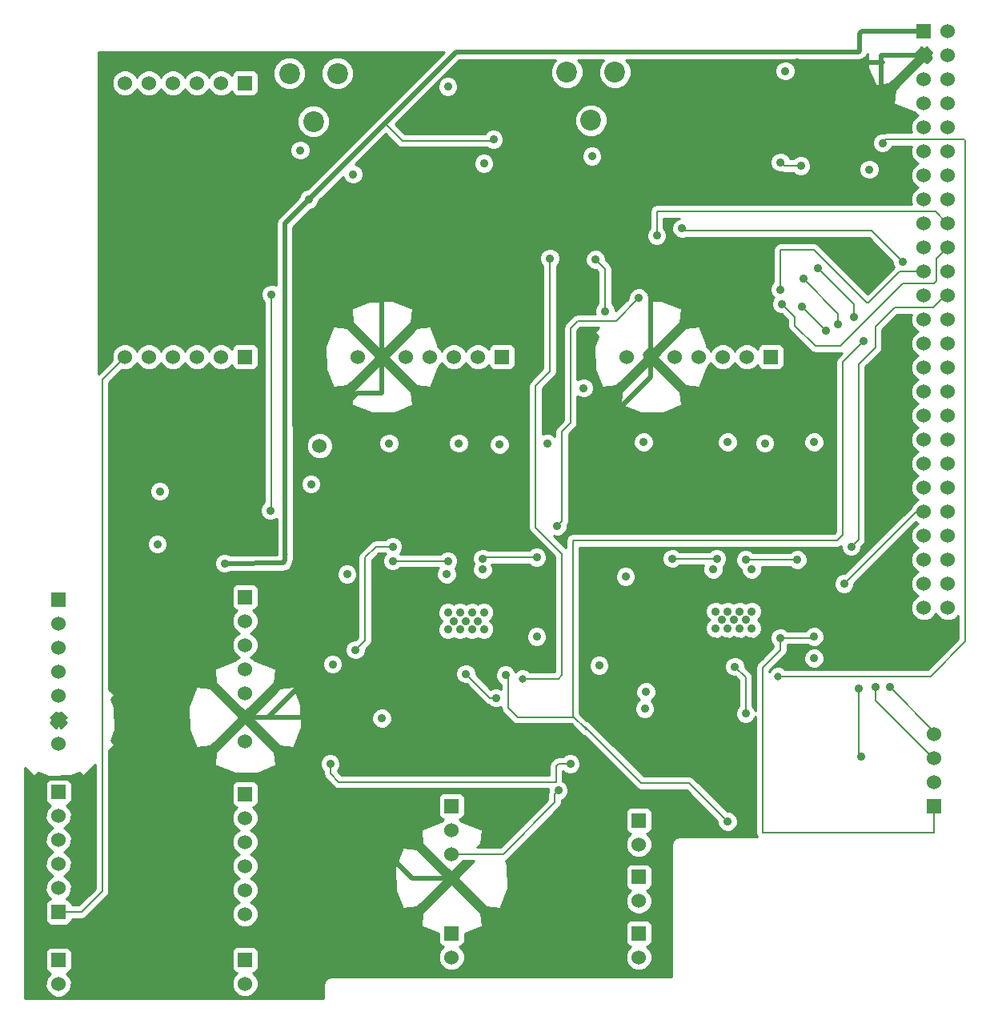
<source format=gbr>
G04 (created by PCBNEW (2013-mar-13)-testing) date Wed 17 Dec 2014 15:15:46 GMT*
%MOIN*%
G04 Gerber Fmt 3.4, Leading zero omitted, Abs format*
%FSLAX34Y34*%
G01*
G70*
G90*
G04 APERTURE LIST*
%ADD10C,0.005906*%
%ADD11C,0.031500*%
%ADD12C,0.060000*%
%ADD13R,0.060000X0.060000*%
%ADD14C,0.086600*%
%ADD15C,0.035400*%
%ADD16C,0.035000*%
%ADD17C,0.008000*%
%ADD18C,0.019800*%
%ADD19C,0.010000*%
G04 APERTURE END LIST*
G54D10*
G54D11*
X52150Y-46600D03*
X62800Y-46500D03*
G54D12*
X43708Y-36904D03*
G54D13*
X40600Y-43200D03*
G54D12*
X40600Y-44200D03*
X40600Y-45200D03*
X40600Y-46200D03*
X40600Y-47200D03*
X40600Y-48200D03*
X40600Y-49200D03*
G54D13*
X32829Y-43313D03*
G54D12*
X32829Y-44313D03*
X32829Y-45313D03*
X32829Y-46313D03*
X32829Y-47313D03*
X32829Y-48313D03*
X32829Y-49313D03*
G54D13*
X62500Y-33200D03*
G54D12*
X61500Y-33200D03*
X60500Y-33200D03*
X59500Y-33200D03*
X58500Y-33200D03*
X57500Y-33200D03*
X56500Y-33200D03*
G54D13*
X51300Y-33200D03*
G54D12*
X50300Y-33200D03*
X49300Y-33200D03*
X48300Y-33200D03*
X47300Y-33200D03*
X46300Y-33200D03*
X45300Y-33200D03*
G54D13*
X40600Y-21800D03*
G54D12*
X39600Y-21800D03*
X38600Y-21800D03*
X37600Y-21800D03*
X36600Y-21800D03*
X35600Y-21800D03*
G54D13*
X69300Y-51900D03*
G54D12*
X69300Y-50900D03*
X69300Y-49900D03*
X69300Y-48900D03*
G54D13*
X49200Y-51900D03*
G54D12*
X49200Y-52900D03*
X49200Y-53900D03*
X49200Y-54900D03*
G54D13*
X32829Y-58313D03*
G54D12*
X32829Y-59313D03*
G54D13*
X57000Y-57200D03*
G54D12*
X57000Y-58200D03*
G54D13*
X57000Y-54850D03*
G54D12*
X57000Y-55850D03*
G54D13*
X57000Y-52500D03*
G54D12*
X57000Y-53500D03*
G54D13*
X68874Y-19639D03*
G54D12*
X69874Y-19639D03*
X68874Y-24639D03*
X69874Y-20639D03*
X68874Y-25639D03*
X69874Y-21639D03*
X68874Y-26639D03*
X69874Y-22639D03*
X68874Y-27639D03*
X69874Y-23639D03*
X68874Y-28639D03*
X69874Y-24639D03*
X68874Y-29639D03*
X69874Y-25639D03*
X68874Y-30639D03*
X69874Y-26639D03*
X68874Y-31639D03*
X69874Y-27639D03*
X68874Y-32639D03*
X69874Y-28639D03*
X68874Y-33639D03*
X69874Y-29639D03*
X68874Y-34639D03*
X69874Y-30639D03*
X69874Y-31639D03*
X68874Y-35639D03*
X69874Y-32639D03*
X69874Y-34639D03*
X69874Y-35639D03*
X69874Y-36639D03*
X69874Y-37639D03*
X68874Y-36639D03*
X68874Y-37639D03*
X68874Y-20639D03*
X68874Y-21639D03*
X68874Y-22639D03*
X68874Y-23639D03*
X68874Y-38639D03*
X69874Y-38639D03*
X69874Y-33639D03*
X68874Y-39639D03*
X69874Y-39639D03*
X68874Y-40639D03*
X69874Y-40639D03*
X68874Y-41639D03*
X69874Y-41639D03*
X68874Y-42639D03*
X69874Y-42639D03*
X68874Y-43639D03*
X69874Y-43639D03*
G54D13*
X32829Y-51313D03*
G54D12*
X32829Y-52313D03*
X32829Y-53313D03*
X32829Y-54313D03*
G54D13*
X32829Y-56313D03*
G54D12*
X32829Y-55313D03*
G54D13*
X40600Y-33200D03*
G54D12*
X39600Y-33200D03*
X38600Y-33200D03*
X37600Y-33200D03*
X36600Y-33200D03*
X35600Y-33200D03*
G54D13*
X40600Y-51400D03*
G54D12*
X40600Y-52400D03*
X40600Y-53400D03*
X40600Y-54400D03*
X40600Y-55400D03*
X40600Y-56400D03*
G54D13*
X40600Y-58300D03*
G54D12*
X40600Y-59300D03*
G54D14*
X43450Y-23400D03*
X44450Y-21400D03*
X42450Y-21400D03*
X55000Y-23350D03*
X56000Y-21350D03*
X54000Y-21350D03*
G54D15*
X49050Y-43850D03*
X49550Y-43850D03*
X50050Y-43850D03*
X50550Y-43850D03*
X49300Y-44200D03*
X49800Y-44200D03*
X50300Y-44200D03*
X49050Y-44550D03*
X49550Y-44550D03*
X50050Y-44550D03*
X50550Y-44550D03*
X60200Y-43800D03*
X60700Y-43800D03*
X61200Y-43800D03*
X61700Y-43800D03*
X60450Y-44150D03*
X60950Y-44150D03*
X61450Y-44150D03*
X60200Y-44500D03*
X60700Y-44500D03*
X61200Y-44500D03*
X61700Y-44500D03*
G54D13*
X49200Y-57200D03*
G54D12*
X49200Y-58200D03*
G54D16*
X51800Y-24200D03*
X53000Y-50350D03*
X44800Y-48200D03*
X49550Y-49800D03*
X49550Y-48000D03*
X50800Y-48000D03*
X49800Y-47250D03*
X42750Y-40700D03*
X61050Y-48750D03*
X60900Y-46800D03*
X60650Y-49750D03*
X60600Y-47400D03*
X66750Y-26500D03*
X62400Y-26500D03*
X63600Y-20950D03*
X44100Y-35850D03*
X44200Y-28650D03*
X54450Y-37100D03*
X50950Y-24150D03*
X39750Y-41800D03*
X43250Y-26650D03*
X65300Y-31850D03*
X63850Y-29950D03*
X66150Y-47000D03*
X66250Y-49850D03*
X65550Y-42650D03*
X53650Y-51250D03*
X65950Y-31550D03*
X64450Y-29500D03*
X55600Y-31300D03*
X55200Y-29150D03*
X57750Y-28150D03*
X67150Y-24300D03*
X63800Y-31100D03*
X62900Y-44900D03*
X64300Y-44850D03*
X64800Y-32100D03*
X53600Y-40250D03*
X62950Y-31000D03*
X57000Y-30750D03*
X54150Y-50150D03*
X65850Y-41100D03*
X44150Y-50150D03*
X46750Y-41100D03*
X45200Y-45400D03*
X41650Y-39600D03*
X41700Y-30600D03*
X62900Y-30400D03*
X62900Y-25100D03*
X53300Y-29100D03*
X63750Y-25250D03*
X60700Y-52550D03*
X51450Y-46450D03*
X66350Y-32550D03*
X66850Y-46950D03*
X67450Y-46950D03*
X49050Y-21950D03*
X55050Y-24850D03*
X62250Y-36800D03*
X60700Y-36750D03*
X64300Y-36750D03*
X57200Y-36750D03*
X51200Y-36850D03*
X49500Y-36800D03*
X46600Y-36800D03*
X53200Y-36800D03*
X46300Y-48250D03*
X52750Y-44850D03*
X44850Y-42250D03*
X36950Y-41000D03*
X43350Y-38500D03*
X64300Y-45750D03*
X66600Y-25400D03*
X63100Y-21300D03*
X42900Y-24600D03*
X57250Y-47850D03*
X56450Y-42350D03*
X45100Y-25600D03*
X54700Y-34500D03*
X58400Y-41600D03*
X60250Y-41600D03*
X63600Y-41650D03*
X61450Y-41650D03*
X50500Y-41600D03*
X52750Y-41550D03*
X46750Y-41700D03*
X49050Y-41700D03*
X51050Y-47400D03*
X49800Y-46400D03*
X61450Y-48050D03*
X61000Y-46100D03*
X68000Y-29250D03*
X58800Y-27850D03*
X50550Y-25150D03*
X57300Y-47150D03*
X50500Y-42050D03*
X49000Y-42250D03*
X44250Y-46000D03*
X55350Y-46050D03*
X37050Y-38800D03*
X61700Y-42050D03*
X60100Y-42050D03*
G54D17*
X51800Y-24200D02*
X51800Y-26550D01*
G54D18*
X43250Y-48200D02*
X43250Y-50600D01*
X47550Y-54900D02*
X49200Y-54900D01*
X43250Y-50600D02*
X47550Y-54900D01*
X57097Y-29199D02*
X57097Y-29397D01*
X57500Y-29800D02*
X57200Y-29500D01*
X57500Y-33200D02*
X57500Y-29800D01*
X57100Y-26600D02*
X57200Y-26500D01*
X57100Y-26600D02*
X57097Y-29199D01*
X57097Y-29397D02*
X57200Y-29500D01*
X57200Y-26500D02*
X55300Y-26500D01*
X55300Y-26500D02*
X55250Y-26550D01*
X55250Y-26550D02*
X51800Y-26550D01*
X51800Y-26550D02*
X46300Y-26550D01*
X46300Y-26550D02*
X46300Y-28700D01*
X44800Y-48200D02*
X44800Y-50300D01*
X44850Y-50350D02*
X53000Y-50350D01*
X44800Y-50300D02*
X44850Y-50350D01*
X44800Y-48200D02*
X43250Y-48200D01*
X43250Y-48200D02*
X41450Y-48200D01*
G54D17*
X49550Y-48000D02*
X49550Y-49800D01*
X50800Y-48000D02*
X50050Y-47250D01*
X50050Y-47250D02*
X49800Y-47250D01*
G54D18*
X40600Y-48200D02*
X41450Y-48200D01*
X41450Y-48200D02*
X41550Y-48200D01*
X42750Y-47000D02*
X42750Y-40700D01*
X41550Y-48200D02*
X42750Y-47000D01*
X63600Y-20950D02*
X67100Y-20950D01*
X67100Y-20950D02*
X67150Y-20950D01*
X67150Y-20950D02*
X67100Y-20950D01*
X62400Y-23350D02*
X67100Y-23350D01*
X62400Y-26500D02*
X62400Y-23350D01*
X67100Y-23350D02*
X67100Y-20950D01*
X67100Y-20650D02*
X67100Y-20639D01*
X67100Y-20950D02*
X67100Y-20639D01*
X67100Y-20639D02*
X67189Y-20650D01*
X67189Y-20650D02*
X67100Y-20650D01*
X62400Y-26500D02*
X57200Y-26500D01*
X44100Y-35850D02*
X43300Y-35850D01*
X43300Y-35850D02*
X42750Y-36400D01*
X42750Y-36400D02*
X42750Y-40700D01*
G54D17*
X61050Y-46950D02*
X61050Y-48750D01*
X60900Y-46800D02*
X61050Y-46950D01*
X60650Y-47450D02*
X60650Y-49750D01*
X60600Y-47400D02*
X60650Y-47450D01*
G54D18*
X62400Y-26500D02*
X66750Y-26500D01*
X68874Y-20639D02*
X67100Y-20639D01*
X44100Y-35850D02*
X45250Y-34700D01*
X45250Y-34700D02*
X46300Y-34700D01*
X46300Y-34700D02*
X46300Y-33200D01*
X46300Y-33200D02*
X46300Y-28700D01*
X46300Y-28700D02*
X46300Y-28650D01*
X46350Y-28650D02*
X44200Y-28650D01*
X54400Y-37050D02*
X54400Y-37150D01*
X54450Y-37100D02*
X54400Y-37050D01*
X57500Y-33200D02*
X57500Y-34050D01*
X57500Y-34050D02*
X54400Y-37150D01*
G54D17*
X47150Y-24200D02*
X46425Y-23475D01*
X50900Y-24200D02*
X47150Y-24200D01*
X50950Y-24150D02*
X50900Y-24200D01*
G54D18*
X39750Y-41800D02*
X42200Y-41790D01*
X42200Y-41790D02*
X42266Y-41627D01*
G54D17*
X42266Y-41627D02*
X42350Y-41400D01*
X42350Y-41400D02*
X42266Y-41627D01*
G54D18*
X68874Y-19639D02*
X66311Y-19639D01*
X49400Y-20500D02*
X46425Y-23475D01*
X46425Y-23475D02*
X43250Y-26650D01*
X66150Y-20500D02*
X49400Y-20500D01*
X66200Y-20450D02*
X66150Y-20500D01*
X66200Y-19750D02*
X66200Y-20450D01*
X66311Y-19639D02*
X66200Y-19750D01*
X42250Y-30850D02*
X42250Y-27649D01*
X42250Y-27649D02*
X43250Y-26650D01*
X42266Y-41627D02*
X42266Y-41627D01*
X42266Y-41627D02*
X42250Y-30850D01*
X42250Y-30850D02*
X42250Y-30850D01*
G54D17*
X65300Y-31400D02*
X65300Y-31850D01*
X63850Y-29950D02*
X65300Y-31400D01*
X66150Y-49750D02*
X66150Y-47000D01*
X66250Y-49850D02*
X66150Y-49750D01*
X68561Y-39639D02*
X65550Y-42650D01*
X68874Y-39639D02*
X68561Y-39639D01*
X51350Y-53900D02*
X49200Y-53900D01*
X53500Y-51750D02*
X51350Y-53900D01*
X53500Y-51400D02*
X53500Y-51750D01*
X53650Y-51250D02*
X53500Y-51400D01*
X65950Y-31000D02*
X65950Y-31550D01*
X64450Y-29500D02*
X65950Y-31000D01*
X55600Y-29550D02*
X55600Y-31300D01*
X55200Y-29150D02*
X55600Y-29550D01*
X57750Y-28150D02*
X57750Y-27150D01*
X57750Y-27150D02*
X64600Y-27150D01*
X69874Y-27639D02*
X69839Y-27639D01*
X69839Y-27639D02*
X69350Y-27150D01*
X69350Y-27150D02*
X64600Y-27150D01*
X64600Y-27150D02*
X64550Y-27150D01*
X67150Y-24300D02*
X67300Y-24150D01*
X69150Y-46500D02*
X67148Y-46500D01*
X70600Y-45050D02*
X69150Y-46500D01*
X70600Y-24200D02*
X70600Y-45050D01*
X70550Y-24150D02*
X70600Y-24200D01*
X67300Y-24150D02*
X70550Y-24150D01*
X65450Y-46500D02*
X65550Y-46500D01*
X65450Y-46500D02*
X62800Y-46500D01*
X65550Y-46500D02*
X67148Y-46500D01*
X69300Y-51900D02*
X69300Y-53000D01*
X62150Y-53000D02*
X62150Y-52050D01*
X69300Y-53000D02*
X62150Y-53000D01*
X62900Y-45400D02*
X62150Y-46150D01*
X62150Y-46150D02*
X62150Y-52050D01*
X62150Y-52050D02*
X62150Y-52200D01*
X62900Y-44900D02*
X62900Y-45400D01*
X63800Y-31100D02*
X64800Y-32100D01*
X64250Y-44900D02*
X62900Y-44900D01*
X64300Y-44850D02*
X64250Y-44900D01*
X54150Y-35950D02*
X54150Y-32000D01*
X53600Y-40250D02*
X53800Y-40050D01*
X53800Y-40050D02*
X53800Y-36300D01*
X53800Y-36300D02*
X54150Y-35950D01*
X69400Y-29113D02*
X69874Y-28639D01*
X69400Y-30050D02*
X69400Y-29113D01*
X69300Y-30150D02*
X69400Y-30050D01*
X68000Y-30150D02*
X69300Y-30150D01*
X65400Y-32750D02*
X68000Y-30150D01*
X64350Y-32750D02*
X65400Y-32750D01*
X63500Y-31900D02*
X64350Y-32750D01*
X63500Y-31550D02*
X63500Y-31900D01*
X62950Y-31000D02*
X63500Y-31550D01*
X56050Y-31700D02*
X57000Y-30750D01*
X54450Y-31700D02*
X56050Y-31700D01*
X54150Y-32000D02*
X54450Y-31700D01*
X44500Y-50900D02*
X53550Y-50900D01*
X44150Y-50150D02*
X44150Y-50550D01*
X44150Y-50550D02*
X44500Y-50900D01*
X53650Y-50150D02*
X53550Y-50250D01*
X53550Y-50250D02*
X53550Y-50800D01*
X53550Y-50800D02*
X53550Y-50900D01*
X53650Y-50150D02*
X54150Y-50150D01*
X69874Y-30639D02*
X69761Y-30639D01*
X66150Y-40800D02*
X65850Y-41100D01*
X66150Y-33500D02*
X66150Y-40800D01*
X66850Y-32800D02*
X66150Y-33500D01*
X66850Y-31950D02*
X66850Y-32800D01*
X67650Y-31150D02*
X66850Y-31950D01*
X69250Y-31150D02*
X67650Y-31150D01*
X69761Y-30639D02*
X69250Y-31150D01*
X44150Y-50150D02*
X44100Y-50200D01*
X46050Y-41100D02*
X46750Y-41100D01*
X45600Y-41550D02*
X46050Y-41100D01*
X45600Y-45000D02*
X45600Y-41550D01*
X45200Y-45400D02*
X45600Y-45000D01*
X67850Y-29650D02*
X68863Y-29650D01*
X64300Y-28750D02*
X66500Y-30950D01*
X66500Y-30950D02*
X66550Y-30950D01*
X66550Y-30950D02*
X67850Y-29650D01*
X62900Y-28750D02*
X64300Y-28750D01*
X68863Y-29650D02*
X68874Y-29639D01*
X41650Y-39600D02*
X41700Y-39550D01*
X41700Y-39550D02*
X41700Y-30600D01*
X62900Y-30400D02*
X62900Y-28750D01*
X52700Y-37250D02*
X52700Y-34400D01*
X53300Y-33700D02*
X53300Y-29100D01*
X63050Y-25250D02*
X63750Y-25250D01*
X62900Y-25100D02*
X63050Y-25250D01*
X53300Y-33800D02*
X53300Y-33700D01*
X52700Y-34400D02*
X53300Y-33800D01*
X52700Y-37350D02*
X52700Y-37250D01*
X52700Y-37250D02*
X52700Y-37200D01*
X53800Y-41400D02*
X52700Y-40300D01*
X52700Y-40300D02*
X52700Y-37350D01*
X53650Y-46600D02*
X53800Y-46450D01*
X53650Y-46600D02*
X52150Y-46600D01*
X53800Y-46450D02*
X53800Y-41400D01*
X54750Y-48600D02*
X54750Y-48650D01*
X57100Y-50950D02*
X54750Y-48600D01*
X59100Y-50950D02*
X57100Y-50950D01*
X60700Y-52550D02*
X59100Y-50950D01*
X51450Y-46450D02*
X51550Y-46550D01*
X51550Y-46550D02*
X51550Y-47800D01*
X51550Y-47800D02*
X51950Y-48200D01*
X51950Y-48200D02*
X54300Y-48200D01*
X54300Y-48200D02*
X54750Y-48650D01*
X54750Y-48650D02*
X54800Y-48700D01*
X54250Y-41000D02*
X54250Y-48200D01*
X54250Y-40850D02*
X54250Y-41000D01*
X65250Y-40850D02*
X54250Y-40850D01*
X65500Y-40600D02*
X65250Y-40850D01*
X65500Y-33400D02*
X65500Y-40600D01*
X66350Y-32550D02*
X65500Y-33400D01*
X69300Y-49900D02*
X69250Y-49900D01*
X69250Y-49900D02*
X66850Y-47500D01*
X66850Y-47500D02*
X66850Y-46950D01*
X69300Y-48900D02*
X69300Y-48800D01*
X69300Y-48800D02*
X67450Y-46950D01*
X60250Y-41600D02*
X58400Y-41600D01*
X61450Y-41650D02*
X63600Y-41650D01*
X50500Y-41600D02*
X50550Y-41550D01*
X50550Y-41550D02*
X52750Y-41550D01*
X46750Y-41700D02*
X49050Y-41700D01*
X50800Y-47400D02*
X51050Y-47400D01*
X49800Y-46400D02*
X50800Y-47400D01*
X61450Y-46550D02*
X61450Y-48050D01*
X61000Y-46100D02*
X61450Y-46550D01*
X64600Y-27950D02*
X58900Y-27950D01*
X68000Y-29250D02*
X66700Y-27950D01*
X66700Y-27950D02*
X64600Y-27950D01*
X58900Y-27950D02*
X58800Y-27850D01*
X32829Y-56313D02*
X33787Y-56313D01*
X34650Y-34150D02*
X35600Y-33200D01*
X34650Y-55450D02*
X34650Y-34150D01*
X33787Y-56313D02*
X34650Y-55450D01*
G54D10*
G36*
X33147Y-48419D02*
X32935Y-48631D01*
X32829Y-48525D01*
X32722Y-48631D01*
X32510Y-48419D01*
X32616Y-48313D01*
X32510Y-48206D01*
X32722Y-47994D01*
X32829Y-48100D01*
X32935Y-47994D01*
X33147Y-48206D01*
X33041Y-48313D01*
X33147Y-48419D01*
X33147Y-48419D01*
G37*
G54D19*
X33147Y-48419D02*
X32935Y-48631D01*
X32829Y-48525D01*
X32722Y-48631D01*
X32510Y-48419D01*
X32616Y-48313D01*
X32510Y-48206D01*
X32722Y-47994D01*
X32829Y-48100D01*
X32935Y-47994D01*
X33147Y-48206D01*
X33041Y-48313D01*
X33147Y-48419D01*
G54D10*
G36*
X70310Y-44929D02*
X69029Y-46210D01*
X67148Y-46210D01*
X65550Y-46210D01*
X65450Y-46210D01*
X64725Y-46210D01*
X64725Y-45665D01*
X64660Y-45509D01*
X64541Y-45389D01*
X64384Y-45325D01*
X64215Y-45324D01*
X64059Y-45389D01*
X63939Y-45508D01*
X63875Y-45665D01*
X63874Y-45834D01*
X63939Y-45990D01*
X64058Y-46110D01*
X64215Y-46174D01*
X64384Y-46175D01*
X64540Y-46110D01*
X64660Y-45991D01*
X64724Y-45834D01*
X64725Y-45665D01*
X64725Y-46210D01*
X63086Y-46210D01*
X63031Y-46154D01*
X62881Y-46092D01*
X62719Y-46092D01*
X62569Y-46154D01*
X62454Y-46268D01*
X62440Y-46304D01*
X62440Y-46270D01*
X63105Y-45605D01*
X63167Y-45510D01*
X63167Y-45510D01*
X63190Y-45400D01*
X63190Y-45211D01*
X63211Y-45190D01*
X64038Y-45190D01*
X64058Y-45210D01*
X64215Y-45274D01*
X64384Y-45275D01*
X64540Y-45210D01*
X64660Y-45091D01*
X64724Y-44934D01*
X64725Y-44765D01*
X64660Y-44609D01*
X64541Y-44489D01*
X64384Y-44425D01*
X64215Y-44424D01*
X64059Y-44489D01*
X64025Y-44523D01*
X64025Y-41565D01*
X63960Y-41409D01*
X63841Y-41289D01*
X63684Y-41225D01*
X63515Y-41224D01*
X63359Y-41289D01*
X63288Y-41360D01*
X61761Y-41360D01*
X61691Y-41289D01*
X61534Y-41225D01*
X61365Y-41224D01*
X61209Y-41289D01*
X61089Y-41408D01*
X61025Y-41565D01*
X61024Y-41734D01*
X61089Y-41890D01*
X61208Y-42010D01*
X61275Y-42037D01*
X61274Y-42134D01*
X61339Y-42290D01*
X61458Y-42410D01*
X61615Y-42474D01*
X61784Y-42475D01*
X61940Y-42410D01*
X62060Y-42291D01*
X62124Y-42134D01*
X62125Y-41965D01*
X62114Y-41940D01*
X63288Y-41940D01*
X63358Y-42010D01*
X63515Y-42074D01*
X63684Y-42075D01*
X63840Y-42010D01*
X63960Y-41891D01*
X64024Y-41734D01*
X64025Y-41565D01*
X64025Y-44523D01*
X63939Y-44608D01*
X63939Y-44610D01*
X63211Y-44610D01*
X63141Y-44539D01*
X62984Y-44475D01*
X62815Y-44474D01*
X62659Y-44539D01*
X62539Y-44658D01*
X62475Y-44815D01*
X62474Y-44984D01*
X62539Y-45140D01*
X62610Y-45211D01*
X62610Y-45279D01*
X62127Y-45762D01*
X62127Y-44415D01*
X62062Y-44258D01*
X61953Y-44149D01*
X62061Y-44042D01*
X62126Y-43885D01*
X62127Y-43715D01*
X62062Y-43558D01*
X61942Y-43438D01*
X61785Y-43373D01*
X61615Y-43372D01*
X61458Y-43437D01*
X61450Y-43446D01*
X61442Y-43438D01*
X61285Y-43373D01*
X61115Y-43372D01*
X60958Y-43437D01*
X60950Y-43446D01*
X60942Y-43438D01*
X60785Y-43373D01*
X60675Y-43372D01*
X60675Y-41515D01*
X60610Y-41359D01*
X60491Y-41239D01*
X60334Y-41175D01*
X60165Y-41174D01*
X60009Y-41239D01*
X59938Y-41310D01*
X58711Y-41310D01*
X58641Y-41239D01*
X58484Y-41175D01*
X58315Y-41174D01*
X58159Y-41239D01*
X58039Y-41358D01*
X57975Y-41515D01*
X57974Y-41684D01*
X58039Y-41840D01*
X58158Y-41960D01*
X58315Y-42024D01*
X58484Y-42025D01*
X58640Y-41960D01*
X58711Y-41890D01*
X59706Y-41890D01*
X59675Y-41965D01*
X59674Y-42134D01*
X59739Y-42290D01*
X59858Y-42410D01*
X60015Y-42474D01*
X60184Y-42475D01*
X60340Y-42410D01*
X60460Y-42291D01*
X60524Y-42134D01*
X60525Y-41965D01*
X60513Y-41937D01*
X60610Y-41841D01*
X60674Y-41684D01*
X60675Y-41515D01*
X60675Y-43372D01*
X60615Y-43372D01*
X60458Y-43437D01*
X60450Y-43446D01*
X60442Y-43438D01*
X60285Y-43373D01*
X60115Y-43372D01*
X59958Y-43437D01*
X59838Y-43557D01*
X59773Y-43714D01*
X59772Y-43884D01*
X59837Y-44041D01*
X59946Y-44150D01*
X59838Y-44257D01*
X59773Y-44414D01*
X59772Y-44584D01*
X59837Y-44741D01*
X59957Y-44861D01*
X60114Y-44926D01*
X60284Y-44927D01*
X60441Y-44862D01*
X60449Y-44853D01*
X60457Y-44861D01*
X60614Y-44926D01*
X60784Y-44927D01*
X60941Y-44862D01*
X60949Y-44853D01*
X60957Y-44861D01*
X61114Y-44926D01*
X61284Y-44927D01*
X61441Y-44862D01*
X61449Y-44853D01*
X61457Y-44861D01*
X61614Y-44926D01*
X61784Y-44927D01*
X61941Y-44862D01*
X62061Y-44742D01*
X62126Y-44585D01*
X62127Y-44415D01*
X62127Y-45762D01*
X61944Y-45944D01*
X61882Y-46039D01*
X61860Y-46150D01*
X61860Y-47929D01*
X61810Y-47809D01*
X61740Y-47738D01*
X61740Y-46550D01*
X61717Y-46439D01*
X61655Y-46344D01*
X61424Y-46114D01*
X61425Y-46015D01*
X61360Y-45859D01*
X61241Y-45739D01*
X61084Y-45675D01*
X60915Y-45674D01*
X60759Y-45739D01*
X60639Y-45858D01*
X60575Y-46015D01*
X60574Y-46184D01*
X60639Y-46340D01*
X60758Y-46460D01*
X60915Y-46524D01*
X61014Y-46525D01*
X61160Y-46670D01*
X61160Y-47738D01*
X61089Y-47808D01*
X61025Y-47965D01*
X61024Y-48134D01*
X61089Y-48290D01*
X61208Y-48410D01*
X61365Y-48474D01*
X61534Y-48475D01*
X61690Y-48410D01*
X61810Y-48291D01*
X61860Y-48170D01*
X61860Y-52050D01*
X61860Y-52200D01*
X61860Y-53000D01*
X61882Y-53110D01*
X61917Y-53164D01*
X58760Y-53164D01*
X58702Y-53175D01*
X58700Y-53175D01*
X58575Y-53199D01*
X58470Y-53270D01*
X58399Y-53375D01*
X58375Y-53500D01*
X58375Y-59025D01*
X57550Y-59025D01*
X57550Y-58091D01*
X57550Y-55741D01*
X57550Y-53391D01*
X57466Y-53188D01*
X57327Y-53050D01*
X57349Y-53050D01*
X57441Y-53011D01*
X57511Y-52941D01*
X57550Y-52849D01*
X57550Y-52750D01*
X57550Y-52150D01*
X57511Y-52058D01*
X57441Y-51988D01*
X57349Y-51950D01*
X57250Y-51950D01*
X56650Y-51950D01*
X56558Y-51988D01*
X56488Y-52058D01*
X56450Y-52150D01*
X56450Y-52249D01*
X56450Y-52849D01*
X56488Y-52941D01*
X56558Y-53011D01*
X56650Y-53050D01*
X56672Y-53050D01*
X56534Y-53188D01*
X56450Y-53390D01*
X56449Y-53608D01*
X56533Y-53811D01*
X56688Y-53965D01*
X56890Y-54049D01*
X57108Y-54050D01*
X57311Y-53966D01*
X57465Y-53811D01*
X57549Y-53609D01*
X57550Y-53391D01*
X57550Y-55741D01*
X57466Y-55538D01*
X57327Y-55400D01*
X57349Y-55400D01*
X57441Y-55361D01*
X57511Y-55291D01*
X57550Y-55199D01*
X57550Y-55100D01*
X57550Y-54500D01*
X57511Y-54408D01*
X57441Y-54338D01*
X57349Y-54300D01*
X57250Y-54300D01*
X56650Y-54300D01*
X56558Y-54338D01*
X56488Y-54408D01*
X56450Y-54500D01*
X56450Y-54599D01*
X56450Y-55199D01*
X56488Y-55291D01*
X56558Y-55361D01*
X56650Y-55400D01*
X56672Y-55400D01*
X56534Y-55538D01*
X56450Y-55740D01*
X56449Y-55958D01*
X56533Y-56161D01*
X56688Y-56315D01*
X56890Y-56399D01*
X57108Y-56400D01*
X57311Y-56316D01*
X57465Y-56161D01*
X57549Y-55959D01*
X57550Y-55741D01*
X57550Y-58091D01*
X57466Y-57888D01*
X57327Y-57750D01*
X57349Y-57750D01*
X57441Y-57711D01*
X57511Y-57641D01*
X57550Y-57549D01*
X57550Y-57450D01*
X57550Y-56850D01*
X57511Y-56758D01*
X57441Y-56688D01*
X57349Y-56650D01*
X57250Y-56650D01*
X56650Y-56650D01*
X56558Y-56688D01*
X56488Y-56758D01*
X56450Y-56850D01*
X56450Y-56949D01*
X56450Y-57549D01*
X56488Y-57641D01*
X56558Y-57711D01*
X56650Y-57750D01*
X56672Y-57750D01*
X56534Y-57888D01*
X56450Y-58090D01*
X56449Y-58308D01*
X56533Y-58511D01*
X56688Y-58665D01*
X56890Y-58749D01*
X57108Y-58750D01*
X57311Y-58666D01*
X57465Y-58511D01*
X57549Y-58309D01*
X57550Y-58091D01*
X57550Y-59025D01*
X54575Y-59025D01*
X54575Y-50065D01*
X54510Y-49909D01*
X54391Y-49789D01*
X54234Y-49725D01*
X54065Y-49724D01*
X53909Y-49789D01*
X53838Y-49860D01*
X53650Y-49860D01*
X53539Y-49882D01*
X53444Y-49944D01*
X53344Y-50044D01*
X53282Y-50139D01*
X53260Y-50250D01*
X53260Y-50610D01*
X46725Y-50610D01*
X46725Y-48165D01*
X46660Y-48009D01*
X46541Y-47889D01*
X46384Y-47825D01*
X46215Y-47824D01*
X46059Y-47889D01*
X45939Y-48008D01*
X45875Y-48165D01*
X45874Y-48334D01*
X45939Y-48490D01*
X46058Y-48610D01*
X46215Y-48674D01*
X46384Y-48675D01*
X46540Y-48610D01*
X46660Y-48491D01*
X46724Y-48334D01*
X46725Y-48165D01*
X46725Y-50610D01*
X44675Y-50610D01*
X44675Y-45915D01*
X44610Y-45759D01*
X44491Y-45639D01*
X44334Y-45575D01*
X44258Y-45575D01*
X44258Y-36795D01*
X44174Y-36592D01*
X44019Y-36438D01*
X43817Y-36354D01*
X43599Y-36353D01*
X43396Y-36437D01*
X43242Y-36592D01*
X43158Y-36794D01*
X43157Y-37012D01*
X43241Y-37215D01*
X43396Y-37369D01*
X43598Y-37453D01*
X43816Y-37454D01*
X44019Y-37370D01*
X44173Y-37215D01*
X44257Y-37013D01*
X44258Y-36795D01*
X44258Y-45575D01*
X44165Y-45574D01*
X44009Y-45639D01*
X43889Y-45758D01*
X43825Y-45915D01*
X43824Y-46084D01*
X43889Y-46240D01*
X44008Y-46360D01*
X44165Y-46424D01*
X44334Y-46425D01*
X44490Y-46360D01*
X44610Y-46241D01*
X44674Y-46084D01*
X44675Y-45915D01*
X44675Y-50610D01*
X44620Y-50610D01*
X44455Y-50445D01*
X44510Y-50391D01*
X44574Y-50234D01*
X44575Y-50065D01*
X44510Y-49909D01*
X44391Y-49789D01*
X44234Y-49725D01*
X44065Y-49724D01*
X43909Y-49789D01*
X43789Y-49908D01*
X43775Y-49944D01*
X43775Y-38415D01*
X43710Y-38259D01*
X43591Y-38139D01*
X43434Y-38075D01*
X43265Y-38074D01*
X43109Y-38139D01*
X42989Y-38258D01*
X42925Y-38415D01*
X42924Y-38584D01*
X42989Y-38740D01*
X43108Y-38860D01*
X43265Y-38924D01*
X43434Y-38925D01*
X43590Y-38860D01*
X43710Y-38741D01*
X43774Y-38584D01*
X43775Y-38415D01*
X43775Y-49944D01*
X43725Y-50065D01*
X43724Y-50234D01*
X43789Y-50390D01*
X43860Y-50461D01*
X43860Y-50550D01*
X43882Y-50660D01*
X43944Y-50755D01*
X44294Y-51105D01*
X44389Y-51167D01*
X44389Y-51167D01*
X44500Y-51190D01*
X53225Y-51190D01*
X53224Y-51324D01*
X53210Y-51400D01*
X53210Y-51629D01*
X51229Y-53610D01*
X50277Y-53610D01*
X50421Y-53466D01*
X50484Y-52877D01*
X49620Y-52542D01*
X49527Y-52450D01*
X49549Y-52450D01*
X49641Y-52411D01*
X49711Y-52341D01*
X49750Y-52249D01*
X49750Y-52150D01*
X49750Y-51550D01*
X49711Y-51458D01*
X49641Y-51388D01*
X49549Y-51350D01*
X49450Y-51350D01*
X48850Y-51350D01*
X48758Y-51388D01*
X48688Y-51458D01*
X48650Y-51550D01*
X48650Y-51649D01*
X48650Y-52249D01*
X48688Y-52341D01*
X48758Y-52411D01*
X48850Y-52450D01*
X48872Y-52450D01*
X48762Y-52559D01*
X48677Y-52561D01*
X47915Y-52877D01*
X47978Y-53466D01*
X49200Y-54687D01*
X49697Y-54190D01*
X50122Y-54190D01*
X49412Y-54900D01*
X50633Y-56121D01*
X51222Y-56184D01*
X51560Y-55312D01*
X51538Y-54377D01*
X51452Y-54169D01*
X51460Y-54167D01*
X51555Y-54105D01*
X53705Y-51955D01*
X53767Y-51860D01*
X53790Y-51750D01*
X53790Y-51652D01*
X53890Y-51610D01*
X54010Y-51491D01*
X54074Y-51334D01*
X54075Y-51165D01*
X54010Y-51009D01*
X53891Y-50889D01*
X53840Y-50868D01*
X53840Y-50800D01*
X53840Y-50441D01*
X53908Y-50510D01*
X54065Y-50574D01*
X54234Y-50575D01*
X54390Y-50510D01*
X54510Y-50391D01*
X54574Y-50234D01*
X54575Y-50065D01*
X54575Y-59025D01*
X50484Y-59025D01*
X50484Y-56922D01*
X50421Y-56333D01*
X49200Y-55112D01*
X48987Y-55324D01*
X48987Y-54900D01*
X47766Y-53678D01*
X47177Y-53615D01*
X46839Y-54487D01*
X46861Y-55422D01*
X47177Y-56184D01*
X47766Y-56121D01*
X48987Y-54900D01*
X48987Y-55324D01*
X47978Y-56333D01*
X47915Y-56922D01*
X48650Y-57207D01*
X48650Y-57549D01*
X48688Y-57641D01*
X48758Y-57711D01*
X48850Y-57750D01*
X48872Y-57750D01*
X48734Y-57888D01*
X48650Y-58090D01*
X48649Y-58308D01*
X48733Y-58511D01*
X48888Y-58665D01*
X49090Y-58749D01*
X49308Y-58750D01*
X49511Y-58666D01*
X49665Y-58511D01*
X49749Y-58309D01*
X49750Y-58091D01*
X49666Y-57888D01*
X49527Y-57750D01*
X49549Y-57750D01*
X49641Y-57711D01*
X49711Y-57641D01*
X49750Y-57549D01*
X49750Y-57450D01*
X49750Y-57226D01*
X50484Y-56922D01*
X50484Y-59025D01*
X44193Y-59025D01*
X44068Y-59049D01*
X43963Y-59120D01*
X43892Y-59225D01*
X43868Y-59350D01*
X43868Y-59911D01*
X42960Y-59911D01*
X42960Y-48612D01*
X42938Y-47677D01*
X42622Y-46915D01*
X42033Y-46978D01*
X41884Y-47127D01*
X41884Y-46177D01*
X41020Y-45842D01*
X40911Y-45734D01*
X40830Y-45700D01*
X40911Y-45666D01*
X41065Y-45511D01*
X41149Y-45309D01*
X41150Y-45091D01*
X41066Y-44888D01*
X40911Y-44734D01*
X40830Y-44700D01*
X40911Y-44666D01*
X41065Y-44511D01*
X41149Y-44309D01*
X41150Y-44091D01*
X41066Y-43888D01*
X40927Y-43750D01*
X40949Y-43750D01*
X41041Y-43711D01*
X41111Y-43641D01*
X41150Y-43549D01*
X41150Y-43450D01*
X41150Y-42850D01*
X41111Y-42758D01*
X41041Y-42688D01*
X40949Y-42650D01*
X40850Y-42650D01*
X40250Y-42650D01*
X40158Y-42688D01*
X40088Y-42758D01*
X40050Y-42850D01*
X40050Y-42949D01*
X40050Y-43549D01*
X40088Y-43641D01*
X40158Y-43711D01*
X40250Y-43750D01*
X40272Y-43750D01*
X40134Y-43888D01*
X40050Y-44090D01*
X40049Y-44308D01*
X40133Y-44511D01*
X40288Y-44665D01*
X40369Y-44699D01*
X40288Y-44733D01*
X40134Y-44888D01*
X40050Y-45090D01*
X40049Y-45308D01*
X40133Y-45511D01*
X40288Y-45665D01*
X40369Y-45699D01*
X40288Y-45733D01*
X40162Y-45859D01*
X40077Y-45861D01*
X39315Y-46177D01*
X39378Y-46766D01*
X40600Y-47987D01*
X41821Y-46766D01*
X41884Y-46177D01*
X41884Y-47127D01*
X40812Y-48200D01*
X42033Y-49421D01*
X42622Y-49484D01*
X42960Y-48612D01*
X42960Y-59911D01*
X41884Y-59911D01*
X41884Y-50222D01*
X41821Y-49633D01*
X40600Y-48412D01*
X40387Y-48624D01*
X40387Y-48200D01*
X39166Y-46978D01*
X38577Y-46915D01*
X38239Y-47787D01*
X38261Y-48722D01*
X38577Y-49484D01*
X39166Y-49421D01*
X40387Y-48200D01*
X40387Y-48624D01*
X39378Y-49633D01*
X39315Y-50222D01*
X40187Y-50560D01*
X41122Y-50538D01*
X41884Y-50222D01*
X41884Y-59911D01*
X41150Y-59911D01*
X41150Y-59191D01*
X41150Y-56291D01*
X41066Y-56088D01*
X40911Y-55934D01*
X40830Y-55900D01*
X40911Y-55866D01*
X41065Y-55711D01*
X41149Y-55509D01*
X41150Y-55291D01*
X41066Y-55088D01*
X40911Y-54934D01*
X40830Y-54900D01*
X40911Y-54866D01*
X41065Y-54711D01*
X41149Y-54509D01*
X41150Y-54291D01*
X41066Y-54088D01*
X40911Y-53934D01*
X40830Y-53900D01*
X40911Y-53866D01*
X41065Y-53711D01*
X41149Y-53509D01*
X41150Y-53291D01*
X41066Y-53088D01*
X40911Y-52934D01*
X40830Y-52900D01*
X40911Y-52866D01*
X41065Y-52711D01*
X41149Y-52509D01*
X41150Y-52291D01*
X41066Y-52088D01*
X40927Y-51950D01*
X40949Y-51950D01*
X41041Y-51911D01*
X41111Y-51841D01*
X41150Y-51749D01*
X41150Y-51650D01*
X41150Y-51050D01*
X41111Y-50958D01*
X41041Y-50888D01*
X40949Y-50850D01*
X40850Y-50850D01*
X40250Y-50850D01*
X40158Y-50888D01*
X40088Y-50958D01*
X40050Y-51050D01*
X40050Y-51149D01*
X40050Y-51749D01*
X40088Y-51841D01*
X40158Y-51911D01*
X40250Y-51950D01*
X40272Y-51950D01*
X40134Y-52088D01*
X40050Y-52290D01*
X40049Y-52508D01*
X40133Y-52711D01*
X40288Y-52865D01*
X40369Y-52899D01*
X40288Y-52933D01*
X40134Y-53088D01*
X40050Y-53290D01*
X40049Y-53508D01*
X40133Y-53711D01*
X40288Y-53865D01*
X40369Y-53899D01*
X40288Y-53933D01*
X40134Y-54088D01*
X40050Y-54290D01*
X40049Y-54508D01*
X40133Y-54711D01*
X40288Y-54865D01*
X40369Y-54899D01*
X40288Y-54933D01*
X40134Y-55088D01*
X40050Y-55290D01*
X40049Y-55508D01*
X40133Y-55711D01*
X40288Y-55865D01*
X40369Y-55899D01*
X40288Y-55933D01*
X40134Y-56088D01*
X40050Y-56290D01*
X40049Y-56508D01*
X40133Y-56711D01*
X40288Y-56865D01*
X40490Y-56949D01*
X40708Y-56950D01*
X40911Y-56866D01*
X41065Y-56711D01*
X41149Y-56509D01*
X41150Y-56291D01*
X41150Y-59191D01*
X41066Y-58988D01*
X40927Y-58850D01*
X40949Y-58850D01*
X41041Y-58811D01*
X41111Y-58741D01*
X41150Y-58649D01*
X41150Y-58550D01*
X41150Y-57950D01*
X41111Y-57858D01*
X41041Y-57788D01*
X40949Y-57750D01*
X40850Y-57750D01*
X40250Y-57750D01*
X40158Y-57788D01*
X40088Y-57858D01*
X40050Y-57950D01*
X40050Y-58049D01*
X40050Y-58649D01*
X40088Y-58741D01*
X40158Y-58811D01*
X40250Y-58850D01*
X40272Y-58850D01*
X40134Y-58988D01*
X40050Y-59190D01*
X40049Y-59408D01*
X40133Y-59611D01*
X40288Y-59765D01*
X40490Y-59849D01*
X40708Y-59850D01*
X40911Y-59766D01*
X41065Y-59611D01*
X41149Y-59409D01*
X41150Y-59191D01*
X41150Y-59911D01*
X37475Y-59911D01*
X37475Y-38715D01*
X37410Y-38559D01*
X37291Y-38439D01*
X37134Y-38375D01*
X36965Y-38374D01*
X36809Y-38439D01*
X36689Y-38558D01*
X36625Y-38715D01*
X36624Y-38884D01*
X36689Y-39040D01*
X36808Y-39160D01*
X36965Y-39224D01*
X37134Y-39225D01*
X37290Y-39160D01*
X37410Y-39041D01*
X37474Y-38884D01*
X37475Y-38715D01*
X37475Y-59911D01*
X37375Y-59911D01*
X37375Y-40915D01*
X37310Y-40759D01*
X37191Y-40639D01*
X37034Y-40575D01*
X36865Y-40574D01*
X36709Y-40639D01*
X36589Y-40758D01*
X36525Y-40915D01*
X36524Y-41084D01*
X36589Y-41240D01*
X36708Y-41360D01*
X36865Y-41424D01*
X37034Y-41425D01*
X37190Y-41360D01*
X37310Y-41241D01*
X37374Y-41084D01*
X37375Y-40915D01*
X37375Y-59911D01*
X33379Y-59911D01*
X33379Y-59204D01*
X33295Y-59001D01*
X33156Y-58863D01*
X33178Y-58863D01*
X33270Y-58824D01*
X33340Y-58754D01*
X33379Y-58662D01*
X33379Y-58563D01*
X33379Y-57963D01*
X33340Y-57871D01*
X33270Y-57801D01*
X33178Y-57763D01*
X33079Y-57763D01*
X32479Y-57763D01*
X32387Y-57801D01*
X32317Y-57871D01*
X32279Y-57963D01*
X32279Y-58062D01*
X32279Y-58662D01*
X32317Y-58754D01*
X32387Y-58824D01*
X32479Y-58863D01*
X32501Y-58863D01*
X32363Y-59001D01*
X32279Y-59203D01*
X32278Y-59421D01*
X32362Y-59624D01*
X32517Y-59778D01*
X32719Y-59862D01*
X32937Y-59863D01*
X33140Y-59779D01*
X33294Y-59624D01*
X33378Y-59422D01*
X33379Y-59204D01*
X33379Y-59911D01*
X31427Y-59911D01*
X31427Y-50298D01*
X31807Y-50678D01*
X31980Y-50504D01*
X32416Y-50673D01*
X33351Y-50651D01*
X33685Y-50512D01*
X33850Y-50678D01*
X34113Y-50415D01*
X34360Y-50169D01*
X34360Y-55329D01*
X34113Y-55576D01*
X33666Y-56023D01*
X33379Y-56023D01*
X33379Y-55963D01*
X33340Y-55871D01*
X33270Y-55801D01*
X33178Y-55763D01*
X33156Y-55763D01*
X33294Y-55624D01*
X33378Y-55422D01*
X33379Y-55204D01*
X33295Y-55001D01*
X33140Y-54847D01*
X33059Y-54813D01*
X33140Y-54779D01*
X33294Y-54624D01*
X33378Y-54422D01*
X33379Y-54204D01*
X33295Y-54001D01*
X33140Y-53847D01*
X33059Y-53813D01*
X33140Y-53779D01*
X33294Y-53624D01*
X33378Y-53422D01*
X33379Y-53204D01*
X33295Y-53001D01*
X33140Y-52847D01*
X33059Y-52813D01*
X33140Y-52779D01*
X33294Y-52624D01*
X33378Y-52422D01*
X33379Y-52204D01*
X33295Y-52001D01*
X33156Y-51863D01*
X33178Y-51863D01*
X33270Y-51824D01*
X33340Y-51754D01*
X33379Y-51662D01*
X33379Y-51563D01*
X33379Y-50963D01*
X33340Y-50871D01*
X33270Y-50801D01*
X33178Y-50763D01*
X33079Y-50763D01*
X32479Y-50763D01*
X32387Y-50801D01*
X32317Y-50871D01*
X32279Y-50963D01*
X32279Y-51062D01*
X32279Y-51662D01*
X32317Y-51754D01*
X32387Y-51824D01*
X32479Y-51863D01*
X32501Y-51863D01*
X32363Y-52001D01*
X32279Y-52203D01*
X32278Y-52421D01*
X32362Y-52624D01*
X32517Y-52778D01*
X32598Y-52812D01*
X32517Y-52846D01*
X32363Y-53001D01*
X32279Y-53203D01*
X32278Y-53421D01*
X32362Y-53624D01*
X32517Y-53778D01*
X32598Y-53812D01*
X32517Y-53846D01*
X32363Y-54001D01*
X32279Y-54203D01*
X32278Y-54421D01*
X32362Y-54624D01*
X32517Y-54778D01*
X32598Y-54812D01*
X32517Y-54846D01*
X32363Y-55001D01*
X32279Y-55203D01*
X32278Y-55421D01*
X32362Y-55624D01*
X32501Y-55763D01*
X32479Y-55763D01*
X32387Y-55801D01*
X32317Y-55871D01*
X32279Y-55963D01*
X32279Y-56062D01*
X32279Y-56662D01*
X32317Y-56754D01*
X32387Y-56824D01*
X32479Y-56863D01*
X32578Y-56863D01*
X33178Y-56863D01*
X33270Y-56824D01*
X33340Y-56754D01*
X33379Y-56662D01*
X33379Y-56603D01*
X33787Y-56603D01*
X33897Y-56580D01*
X33992Y-56518D01*
X34855Y-55655D01*
X34917Y-55560D01*
X34940Y-55450D01*
X34940Y-49589D01*
X35194Y-49334D01*
X35020Y-49161D01*
X35189Y-48725D01*
X35167Y-47790D01*
X35028Y-47456D01*
X35194Y-47291D01*
X34940Y-47036D01*
X34940Y-34270D01*
X35468Y-33741D01*
X35490Y-33749D01*
X35708Y-33750D01*
X35911Y-33666D01*
X36065Y-33511D01*
X36099Y-33430D01*
X36133Y-33511D01*
X36288Y-33665D01*
X36490Y-33749D01*
X36708Y-33750D01*
X36911Y-33666D01*
X37065Y-33511D01*
X37099Y-33430D01*
X37133Y-33511D01*
X37288Y-33665D01*
X37490Y-33749D01*
X37708Y-33750D01*
X37911Y-33666D01*
X38065Y-33511D01*
X38099Y-33430D01*
X38133Y-33511D01*
X38288Y-33665D01*
X38490Y-33749D01*
X38708Y-33750D01*
X38911Y-33666D01*
X39065Y-33511D01*
X39099Y-33430D01*
X39133Y-33511D01*
X39288Y-33665D01*
X39490Y-33749D01*
X39708Y-33750D01*
X39911Y-33666D01*
X40050Y-33527D01*
X40050Y-33549D01*
X40088Y-33641D01*
X40158Y-33711D01*
X40250Y-33750D01*
X40349Y-33750D01*
X40949Y-33750D01*
X41041Y-33711D01*
X41111Y-33641D01*
X41150Y-33549D01*
X41150Y-33450D01*
X41150Y-32850D01*
X41150Y-22149D01*
X41150Y-22050D01*
X41150Y-21450D01*
X41111Y-21358D01*
X41041Y-21288D01*
X40949Y-21250D01*
X40850Y-21250D01*
X40250Y-21250D01*
X40158Y-21288D01*
X40088Y-21358D01*
X40050Y-21450D01*
X40050Y-21472D01*
X39911Y-21334D01*
X39709Y-21250D01*
X39491Y-21249D01*
X39288Y-21333D01*
X39134Y-21488D01*
X39100Y-21569D01*
X39066Y-21488D01*
X38911Y-21334D01*
X38709Y-21250D01*
X38491Y-21249D01*
X38288Y-21333D01*
X38134Y-21488D01*
X38100Y-21569D01*
X38066Y-21488D01*
X37911Y-21334D01*
X37709Y-21250D01*
X37491Y-21249D01*
X37288Y-21333D01*
X37134Y-21488D01*
X37100Y-21569D01*
X37066Y-21488D01*
X36911Y-21334D01*
X36709Y-21250D01*
X36491Y-21249D01*
X36288Y-21333D01*
X36134Y-21488D01*
X36100Y-21569D01*
X36066Y-21488D01*
X35911Y-21334D01*
X35709Y-21250D01*
X35491Y-21249D01*
X35288Y-21333D01*
X35134Y-21488D01*
X35050Y-21690D01*
X35049Y-21908D01*
X35133Y-22111D01*
X35288Y-22265D01*
X35490Y-22349D01*
X35708Y-22350D01*
X35911Y-22266D01*
X36065Y-22111D01*
X36099Y-22030D01*
X36133Y-22111D01*
X36288Y-22265D01*
X36490Y-22349D01*
X36708Y-22350D01*
X36911Y-22266D01*
X37065Y-22111D01*
X37099Y-22030D01*
X37133Y-22111D01*
X37288Y-22265D01*
X37490Y-22349D01*
X37708Y-22350D01*
X37911Y-22266D01*
X38065Y-22111D01*
X38099Y-22030D01*
X38133Y-22111D01*
X38288Y-22265D01*
X38490Y-22349D01*
X38708Y-22350D01*
X38911Y-22266D01*
X39065Y-22111D01*
X39099Y-22030D01*
X39133Y-22111D01*
X39288Y-22265D01*
X39490Y-22349D01*
X39708Y-22350D01*
X39911Y-22266D01*
X40050Y-22127D01*
X40050Y-22149D01*
X40088Y-22241D01*
X40158Y-22311D01*
X40250Y-22350D01*
X40349Y-22350D01*
X40949Y-22350D01*
X41041Y-22311D01*
X41111Y-22241D01*
X41150Y-22149D01*
X41150Y-32850D01*
X41111Y-32758D01*
X41041Y-32688D01*
X40949Y-32650D01*
X40850Y-32650D01*
X40250Y-32650D01*
X40158Y-32688D01*
X40088Y-32758D01*
X40050Y-32850D01*
X40050Y-32872D01*
X39911Y-32734D01*
X39709Y-32650D01*
X39491Y-32649D01*
X39288Y-32733D01*
X39134Y-32888D01*
X39100Y-32969D01*
X39066Y-32888D01*
X38911Y-32734D01*
X38709Y-32650D01*
X38491Y-32649D01*
X38288Y-32733D01*
X38134Y-32888D01*
X38100Y-32969D01*
X38066Y-32888D01*
X37911Y-32734D01*
X37709Y-32650D01*
X37491Y-32649D01*
X37288Y-32733D01*
X37134Y-32888D01*
X37100Y-32969D01*
X37066Y-32888D01*
X36911Y-32734D01*
X36709Y-32650D01*
X36491Y-32649D01*
X36288Y-32733D01*
X36134Y-32888D01*
X36100Y-32969D01*
X36066Y-32888D01*
X35911Y-32734D01*
X35709Y-32650D01*
X35491Y-32649D01*
X35288Y-32733D01*
X35134Y-32888D01*
X35050Y-33090D01*
X35049Y-33308D01*
X35058Y-33330D01*
X34479Y-33910D01*
X34479Y-20502D01*
X48904Y-20502D01*
X46178Y-23228D01*
X45133Y-24273D01*
X45133Y-21264D01*
X45029Y-21013D01*
X44837Y-20821D01*
X44586Y-20717D01*
X44314Y-20716D01*
X44063Y-20820D01*
X43871Y-21012D01*
X43767Y-21263D01*
X43766Y-21535D01*
X43870Y-21786D01*
X44062Y-21978D01*
X44313Y-22082D01*
X44585Y-22083D01*
X44836Y-21979D01*
X45028Y-21787D01*
X45132Y-21536D01*
X45133Y-21264D01*
X45133Y-24273D01*
X44133Y-25273D01*
X44133Y-23264D01*
X44029Y-23013D01*
X43837Y-22821D01*
X43586Y-22717D01*
X43314Y-22716D01*
X43133Y-22791D01*
X43133Y-21264D01*
X43029Y-21013D01*
X42837Y-20821D01*
X42586Y-20717D01*
X42314Y-20716D01*
X42063Y-20820D01*
X41871Y-21012D01*
X41767Y-21263D01*
X41766Y-21535D01*
X41870Y-21786D01*
X42062Y-21978D01*
X42313Y-22082D01*
X42585Y-22083D01*
X42836Y-21979D01*
X43028Y-21787D01*
X43132Y-21536D01*
X43133Y-21264D01*
X43133Y-22791D01*
X43063Y-22820D01*
X42871Y-23012D01*
X42767Y-23263D01*
X42766Y-23535D01*
X42870Y-23786D01*
X43062Y-23978D01*
X43313Y-24082D01*
X43585Y-24083D01*
X43836Y-23979D01*
X44028Y-23787D01*
X44132Y-23536D01*
X44133Y-23264D01*
X44133Y-25273D01*
X43325Y-26081D01*
X43325Y-24515D01*
X43260Y-24359D01*
X43141Y-24239D01*
X42984Y-24175D01*
X42815Y-24174D01*
X42659Y-24239D01*
X42539Y-24358D01*
X42475Y-24515D01*
X42474Y-24684D01*
X42539Y-24840D01*
X42658Y-24960D01*
X42815Y-25024D01*
X42984Y-25025D01*
X43140Y-24960D01*
X43260Y-24841D01*
X43324Y-24684D01*
X43325Y-24515D01*
X43325Y-26081D01*
X43181Y-26224D01*
X43165Y-26224D01*
X43009Y-26289D01*
X42889Y-26408D01*
X42825Y-26565D01*
X42825Y-26581D01*
X42003Y-27403D01*
X41927Y-27516D01*
X41901Y-27649D01*
X41901Y-30223D01*
X41784Y-30175D01*
X41615Y-30174D01*
X41459Y-30239D01*
X41339Y-30358D01*
X41275Y-30515D01*
X41274Y-30684D01*
X41339Y-30840D01*
X41410Y-30911D01*
X41410Y-39239D01*
X41409Y-39239D01*
X41289Y-39358D01*
X41225Y-39515D01*
X41224Y-39684D01*
X41289Y-39840D01*
X41408Y-39960D01*
X41565Y-40024D01*
X41734Y-40025D01*
X41890Y-39960D01*
X41915Y-39935D01*
X41917Y-41442D01*
X40001Y-41450D01*
X39991Y-41439D01*
X39834Y-41375D01*
X39665Y-41374D01*
X39509Y-41439D01*
X39389Y-41558D01*
X39325Y-41715D01*
X39324Y-41884D01*
X39389Y-42040D01*
X39508Y-42160D01*
X39665Y-42224D01*
X39834Y-42225D01*
X39990Y-42160D01*
X40002Y-42148D01*
X42201Y-42139D01*
X42201Y-42139D01*
X42201Y-42139D01*
X42201Y-42139D01*
X42267Y-42125D01*
X42334Y-42112D01*
X42334Y-42112D01*
X42334Y-42112D01*
X42391Y-42074D01*
X42447Y-42036D01*
X42447Y-42036D01*
X42447Y-42036D01*
X42485Y-41979D01*
X42523Y-41922D01*
X42523Y-41922D01*
X42589Y-41759D01*
X42602Y-41693D01*
X42615Y-41627D01*
X42615Y-41627D01*
X42615Y-41626D01*
X42615Y-41517D01*
X42622Y-41499D01*
X42639Y-41387D01*
X42615Y-41287D01*
X42599Y-30849D01*
X42599Y-27794D01*
X43318Y-27075D01*
X43334Y-27075D01*
X43490Y-27010D01*
X43610Y-26891D01*
X43674Y-26734D01*
X43674Y-26718D01*
X44685Y-25708D01*
X44739Y-25840D01*
X44858Y-25960D01*
X45015Y-26024D01*
X45184Y-26025D01*
X45340Y-25960D01*
X45460Y-25841D01*
X45524Y-25684D01*
X45525Y-25515D01*
X45460Y-25359D01*
X45341Y-25239D01*
X45208Y-25184D01*
X46466Y-23926D01*
X46944Y-24405D01*
X47039Y-24467D01*
X47150Y-24490D01*
X50688Y-24490D01*
X50708Y-24510D01*
X50865Y-24574D01*
X51034Y-24575D01*
X51190Y-24510D01*
X51310Y-24391D01*
X51374Y-24234D01*
X51375Y-24065D01*
X51310Y-23909D01*
X51191Y-23789D01*
X51034Y-23725D01*
X50865Y-23724D01*
X50709Y-23789D01*
X50589Y-23908D01*
X50589Y-23910D01*
X49475Y-23910D01*
X49475Y-21865D01*
X49410Y-21709D01*
X49291Y-21589D01*
X49134Y-21525D01*
X48965Y-21524D01*
X48809Y-21589D01*
X48689Y-21708D01*
X48625Y-21865D01*
X48624Y-22034D01*
X48689Y-22190D01*
X48808Y-22310D01*
X48965Y-22374D01*
X49134Y-22375D01*
X49290Y-22310D01*
X49410Y-22191D01*
X49474Y-22034D01*
X49475Y-21865D01*
X49475Y-23910D01*
X47270Y-23910D01*
X46876Y-23516D01*
X49544Y-20849D01*
X53535Y-20849D01*
X53421Y-20962D01*
X53317Y-21213D01*
X53316Y-21485D01*
X53420Y-21736D01*
X53612Y-21928D01*
X53863Y-22032D01*
X54135Y-22033D01*
X54386Y-21929D01*
X54578Y-21737D01*
X54682Y-21486D01*
X54683Y-21214D01*
X54579Y-20963D01*
X54464Y-20849D01*
X55535Y-20849D01*
X55421Y-20962D01*
X55317Y-21213D01*
X55316Y-21485D01*
X55420Y-21736D01*
X55612Y-21928D01*
X55863Y-22032D01*
X56135Y-22033D01*
X56386Y-21929D01*
X56578Y-21737D01*
X56682Y-21486D01*
X56683Y-21214D01*
X56579Y-20963D01*
X56464Y-20849D01*
X66150Y-20849D01*
X66283Y-20822D01*
X66283Y-20822D01*
X66396Y-20746D01*
X66446Y-20696D01*
X66522Y-20584D01*
X66535Y-21161D01*
X66851Y-21923D01*
X67440Y-21860D01*
X68661Y-20639D01*
X68555Y-20532D01*
X68767Y-20320D01*
X68874Y-20426D01*
X68980Y-20320D01*
X69192Y-20532D01*
X69086Y-20639D01*
X69192Y-20745D01*
X68980Y-20957D01*
X68874Y-20851D01*
X67652Y-22072D01*
X67589Y-22661D01*
X68453Y-22996D01*
X68562Y-23104D01*
X68643Y-23138D01*
X68562Y-23172D01*
X68408Y-23327D01*
X68324Y-23529D01*
X68323Y-23747D01*
X68370Y-23860D01*
X67300Y-23860D01*
X67224Y-23875D01*
X67065Y-23874D01*
X66909Y-23939D01*
X66789Y-24058D01*
X66725Y-24215D01*
X66724Y-24384D01*
X66789Y-24540D01*
X66908Y-24660D01*
X67065Y-24724D01*
X67234Y-24725D01*
X67390Y-24660D01*
X67510Y-24541D01*
X67552Y-24440D01*
X68361Y-24440D01*
X68324Y-24529D01*
X68323Y-24747D01*
X68407Y-24950D01*
X68562Y-25104D01*
X68643Y-25138D01*
X68562Y-25172D01*
X68408Y-25327D01*
X68324Y-25529D01*
X68323Y-25747D01*
X68407Y-25950D01*
X68562Y-26104D01*
X68643Y-26138D01*
X68562Y-26172D01*
X68408Y-26327D01*
X68324Y-26529D01*
X68323Y-26747D01*
X68370Y-26860D01*
X67025Y-26860D01*
X67025Y-25315D01*
X66960Y-25159D01*
X66841Y-25039D01*
X66684Y-24975D01*
X66515Y-24974D01*
X66359Y-25039D01*
X66239Y-25158D01*
X66175Y-25315D01*
X66174Y-25484D01*
X66239Y-25640D01*
X66358Y-25760D01*
X66515Y-25824D01*
X66684Y-25825D01*
X66840Y-25760D01*
X66960Y-25641D01*
X67024Y-25484D01*
X67025Y-25315D01*
X67025Y-26860D01*
X64600Y-26860D01*
X64550Y-26860D01*
X64175Y-26860D01*
X64175Y-25165D01*
X64110Y-25009D01*
X63991Y-24889D01*
X63834Y-24825D01*
X63665Y-24824D01*
X63525Y-24883D01*
X63525Y-21215D01*
X63460Y-21059D01*
X63341Y-20939D01*
X63184Y-20875D01*
X63015Y-20874D01*
X62859Y-20939D01*
X62739Y-21058D01*
X62675Y-21215D01*
X62674Y-21384D01*
X62739Y-21540D01*
X62858Y-21660D01*
X63015Y-21724D01*
X63184Y-21725D01*
X63340Y-21660D01*
X63460Y-21541D01*
X63524Y-21384D01*
X63525Y-21215D01*
X63525Y-24883D01*
X63509Y-24889D01*
X63438Y-24960D01*
X63302Y-24960D01*
X63260Y-24859D01*
X63141Y-24739D01*
X62984Y-24675D01*
X62815Y-24674D01*
X62659Y-24739D01*
X62539Y-24858D01*
X62475Y-25015D01*
X62474Y-25184D01*
X62539Y-25340D01*
X62658Y-25460D01*
X62815Y-25524D01*
X62974Y-25525D01*
X63050Y-25540D01*
X63438Y-25540D01*
X63508Y-25610D01*
X63665Y-25674D01*
X63834Y-25675D01*
X63990Y-25610D01*
X64110Y-25491D01*
X64174Y-25334D01*
X64175Y-25165D01*
X64175Y-26860D01*
X57750Y-26860D01*
X57639Y-26882D01*
X57544Y-26944D01*
X57482Y-27039D01*
X57460Y-27150D01*
X57460Y-27838D01*
X57389Y-27908D01*
X57325Y-28065D01*
X57324Y-28234D01*
X57389Y-28390D01*
X57508Y-28510D01*
X57665Y-28574D01*
X57834Y-28575D01*
X57990Y-28510D01*
X58110Y-28391D01*
X58174Y-28234D01*
X58175Y-28065D01*
X58110Y-27909D01*
X58040Y-27838D01*
X58040Y-27440D01*
X58679Y-27440D01*
X58559Y-27489D01*
X58439Y-27608D01*
X58375Y-27765D01*
X58374Y-27934D01*
X58439Y-28090D01*
X58558Y-28210D01*
X58715Y-28274D01*
X58884Y-28275D01*
X58969Y-28240D01*
X64600Y-28240D01*
X66579Y-28240D01*
X67575Y-29235D01*
X67574Y-29334D01*
X67627Y-29462D01*
X66525Y-30564D01*
X64505Y-28544D01*
X64410Y-28482D01*
X64300Y-28460D01*
X62900Y-28460D01*
X62789Y-28482D01*
X62694Y-28544D01*
X62632Y-28639D01*
X62610Y-28750D01*
X62610Y-30088D01*
X62539Y-30158D01*
X62475Y-30315D01*
X62474Y-30484D01*
X62539Y-30640D01*
X62623Y-30724D01*
X62589Y-30758D01*
X62525Y-30915D01*
X62524Y-31084D01*
X62589Y-31240D01*
X62708Y-31360D01*
X62865Y-31424D01*
X62964Y-31425D01*
X63210Y-31670D01*
X63210Y-31900D01*
X63232Y-32010D01*
X63294Y-32105D01*
X64144Y-32955D01*
X64239Y-33017D01*
X64350Y-33040D01*
X65400Y-33040D01*
X65462Y-33027D01*
X65294Y-33194D01*
X65232Y-33289D01*
X65210Y-33400D01*
X65210Y-40479D01*
X65129Y-40560D01*
X64725Y-40560D01*
X64725Y-36665D01*
X64660Y-36509D01*
X64541Y-36389D01*
X64384Y-36325D01*
X64215Y-36324D01*
X64059Y-36389D01*
X63939Y-36508D01*
X63875Y-36665D01*
X63874Y-36834D01*
X63939Y-36990D01*
X64058Y-37110D01*
X64215Y-37174D01*
X64384Y-37175D01*
X64540Y-37110D01*
X64660Y-36991D01*
X64724Y-36834D01*
X64725Y-36665D01*
X64725Y-40560D01*
X63050Y-40560D01*
X63050Y-33549D01*
X63050Y-33450D01*
X63050Y-32850D01*
X63011Y-32758D01*
X62941Y-32688D01*
X62849Y-32650D01*
X62750Y-32650D01*
X62150Y-32650D01*
X62058Y-32688D01*
X61988Y-32758D01*
X61950Y-32850D01*
X61950Y-32872D01*
X61811Y-32734D01*
X61609Y-32650D01*
X61391Y-32649D01*
X61188Y-32733D01*
X61034Y-32888D01*
X61000Y-32969D01*
X60966Y-32888D01*
X60811Y-32734D01*
X60609Y-32650D01*
X60391Y-32649D01*
X60188Y-32733D01*
X60034Y-32888D01*
X60000Y-32969D01*
X59966Y-32888D01*
X59840Y-32762D01*
X59838Y-32677D01*
X59522Y-31915D01*
X58933Y-31978D01*
X57712Y-33200D01*
X58933Y-34421D01*
X59522Y-34484D01*
X59857Y-33620D01*
X59965Y-33511D01*
X59999Y-33430D01*
X60033Y-33511D01*
X60188Y-33665D01*
X60390Y-33749D01*
X60608Y-33750D01*
X60811Y-33666D01*
X60965Y-33511D01*
X60999Y-33430D01*
X61033Y-33511D01*
X61188Y-33665D01*
X61390Y-33749D01*
X61608Y-33750D01*
X61811Y-33666D01*
X61950Y-33527D01*
X61950Y-33549D01*
X61988Y-33641D01*
X62058Y-33711D01*
X62150Y-33750D01*
X62249Y-33750D01*
X62849Y-33750D01*
X62941Y-33711D01*
X63011Y-33641D01*
X63050Y-33549D01*
X63050Y-40560D01*
X62675Y-40560D01*
X62675Y-36715D01*
X62610Y-36559D01*
X62491Y-36439D01*
X62334Y-36375D01*
X62165Y-36374D01*
X62009Y-36439D01*
X61889Y-36558D01*
X61825Y-36715D01*
X61824Y-36884D01*
X61889Y-37040D01*
X62008Y-37160D01*
X62165Y-37224D01*
X62334Y-37225D01*
X62490Y-37160D01*
X62610Y-37041D01*
X62674Y-36884D01*
X62675Y-36715D01*
X62675Y-40560D01*
X61125Y-40560D01*
X61125Y-36665D01*
X61060Y-36509D01*
X60941Y-36389D01*
X60784Y-36325D01*
X60615Y-36324D01*
X60459Y-36389D01*
X60339Y-36508D01*
X60275Y-36665D01*
X60274Y-36834D01*
X60339Y-36990D01*
X60458Y-37110D01*
X60615Y-37174D01*
X60784Y-37175D01*
X60940Y-37110D01*
X61060Y-36991D01*
X61124Y-36834D01*
X61125Y-36665D01*
X61125Y-40560D01*
X58784Y-40560D01*
X58784Y-35222D01*
X58721Y-34633D01*
X57500Y-33412D01*
X56278Y-34633D01*
X56215Y-35222D01*
X57087Y-35560D01*
X58022Y-35538D01*
X58784Y-35222D01*
X58784Y-40560D01*
X57625Y-40560D01*
X57625Y-36665D01*
X57560Y-36509D01*
X57441Y-36389D01*
X57284Y-36325D01*
X57115Y-36324D01*
X56959Y-36389D01*
X56839Y-36508D01*
X56775Y-36665D01*
X56774Y-36834D01*
X56839Y-36990D01*
X56958Y-37110D01*
X57115Y-37174D01*
X57284Y-37175D01*
X57440Y-37110D01*
X57560Y-36991D01*
X57624Y-36834D01*
X57625Y-36665D01*
X57625Y-40560D01*
X54250Y-40560D01*
X54139Y-40582D01*
X54044Y-40644D01*
X53982Y-40739D01*
X53960Y-40850D01*
X53960Y-41000D01*
X53960Y-41149D01*
X53463Y-40653D01*
X53515Y-40674D01*
X53684Y-40675D01*
X53840Y-40610D01*
X53960Y-40491D01*
X54024Y-40334D01*
X54025Y-40225D01*
X54067Y-40160D01*
X54090Y-40050D01*
X54090Y-36420D01*
X54355Y-36155D01*
X54417Y-36060D01*
X54417Y-36060D01*
X54440Y-35950D01*
X54440Y-34841D01*
X54458Y-34860D01*
X54615Y-34924D01*
X54784Y-34925D01*
X54940Y-34860D01*
X55060Y-34741D01*
X55124Y-34584D01*
X55125Y-34415D01*
X55060Y-34259D01*
X54941Y-34139D01*
X54784Y-34075D01*
X54615Y-34074D01*
X54459Y-34139D01*
X54440Y-34159D01*
X54440Y-32120D01*
X54570Y-31990D01*
X55322Y-31990D01*
X55134Y-32178D01*
X55308Y-32351D01*
X55139Y-32787D01*
X55161Y-33722D01*
X55477Y-34484D01*
X56066Y-34421D01*
X57287Y-33200D01*
X57181Y-33093D01*
X57393Y-32881D01*
X57500Y-32987D01*
X58721Y-31766D01*
X58784Y-31177D01*
X57912Y-30839D01*
X57418Y-30851D01*
X57424Y-30834D01*
X57425Y-30665D01*
X57360Y-30509D01*
X57241Y-30389D01*
X57084Y-30325D01*
X56915Y-30324D01*
X56759Y-30389D01*
X56639Y-30508D01*
X56575Y-30665D01*
X56574Y-30764D01*
X56491Y-30848D01*
X56478Y-30834D01*
X56025Y-31287D01*
X56025Y-31215D01*
X55960Y-31059D01*
X55890Y-30988D01*
X55890Y-29550D01*
X55867Y-29439D01*
X55805Y-29344D01*
X55683Y-29222D01*
X55683Y-23214D01*
X55579Y-22963D01*
X55387Y-22771D01*
X55136Y-22667D01*
X54864Y-22666D01*
X54613Y-22770D01*
X54421Y-22962D01*
X54317Y-23213D01*
X54316Y-23485D01*
X54420Y-23736D01*
X54612Y-23928D01*
X54863Y-24032D01*
X55135Y-24033D01*
X55386Y-23929D01*
X55578Y-23737D01*
X55682Y-23486D01*
X55683Y-23214D01*
X55683Y-29222D01*
X55624Y-29164D01*
X55625Y-29065D01*
X55560Y-28909D01*
X55475Y-28823D01*
X55475Y-24765D01*
X55410Y-24609D01*
X55291Y-24489D01*
X55134Y-24425D01*
X54965Y-24424D01*
X54809Y-24489D01*
X54689Y-24608D01*
X54625Y-24765D01*
X54624Y-24934D01*
X54689Y-25090D01*
X54808Y-25210D01*
X54965Y-25274D01*
X55134Y-25275D01*
X55290Y-25210D01*
X55410Y-25091D01*
X55474Y-24934D01*
X55475Y-24765D01*
X55475Y-28823D01*
X55441Y-28789D01*
X55284Y-28725D01*
X55115Y-28724D01*
X54959Y-28789D01*
X54839Y-28908D01*
X54775Y-29065D01*
X54774Y-29234D01*
X54839Y-29390D01*
X54958Y-29510D01*
X55115Y-29574D01*
X55214Y-29575D01*
X55310Y-29670D01*
X55310Y-30988D01*
X55239Y-31058D01*
X55175Y-31215D01*
X55174Y-31384D01*
X55185Y-31410D01*
X54450Y-31410D01*
X54339Y-31432D01*
X54244Y-31494D01*
X53944Y-31794D01*
X53882Y-31889D01*
X53860Y-32000D01*
X53860Y-35829D01*
X53594Y-36094D01*
X53532Y-36189D01*
X53510Y-36300D01*
X53510Y-36508D01*
X53441Y-36439D01*
X53284Y-36375D01*
X53115Y-36374D01*
X52990Y-36426D01*
X52990Y-34520D01*
X53505Y-34005D01*
X53567Y-33910D01*
X53590Y-33800D01*
X53590Y-33700D01*
X53590Y-29411D01*
X53660Y-29341D01*
X53724Y-29184D01*
X53725Y-29015D01*
X53660Y-28859D01*
X53541Y-28739D01*
X53384Y-28675D01*
X53215Y-28674D01*
X53059Y-28739D01*
X52939Y-28858D01*
X52875Y-29015D01*
X52874Y-29184D01*
X52939Y-29340D01*
X53010Y-29411D01*
X53010Y-33679D01*
X52494Y-34194D01*
X52432Y-34289D01*
X52410Y-34400D01*
X52410Y-37200D01*
X52410Y-37250D01*
X52410Y-37350D01*
X52410Y-40300D01*
X52432Y-40410D01*
X52494Y-40505D01*
X53510Y-41520D01*
X53510Y-46310D01*
X53175Y-46310D01*
X53175Y-44765D01*
X53175Y-41465D01*
X53110Y-41309D01*
X52991Y-41189D01*
X52834Y-41125D01*
X52665Y-41124D01*
X52509Y-41189D01*
X52438Y-41260D01*
X51850Y-41260D01*
X51850Y-33549D01*
X51850Y-33450D01*
X51850Y-32850D01*
X51811Y-32758D01*
X51741Y-32688D01*
X51649Y-32650D01*
X51550Y-32650D01*
X50975Y-32650D01*
X50975Y-25065D01*
X50910Y-24909D01*
X50791Y-24789D01*
X50634Y-24725D01*
X50465Y-24724D01*
X50309Y-24789D01*
X50189Y-24908D01*
X50125Y-25065D01*
X50124Y-25234D01*
X50189Y-25390D01*
X50308Y-25510D01*
X50465Y-25574D01*
X50634Y-25575D01*
X50790Y-25510D01*
X50910Y-25391D01*
X50974Y-25234D01*
X50975Y-25065D01*
X50975Y-32650D01*
X50950Y-32650D01*
X50858Y-32688D01*
X50788Y-32758D01*
X50750Y-32850D01*
X50750Y-32872D01*
X50611Y-32734D01*
X50409Y-32650D01*
X50191Y-32649D01*
X49988Y-32733D01*
X49834Y-32888D01*
X49800Y-32969D01*
X49766Y-32888D01*
X49611Y-32734D01*
X49409Y-32650D01*
X49191Y-32649D01*
X48988Y-32733D01*
X48834Y-32888D01*
X48800Y-32969D01*
X48766Y-32888D01*
X48640Y-32762D01*
X48638Y-32677D01*
X48322Y-31915D01*
X47733Y-31978D01*
X47584Y-32127D01*
X47584Y-31177D01*
X46712Y-30839D01*
X45777Y-30861D01*
X45015Y-31177D01*
X45078Y-31766D01*
X46300Y-32987D01*
X47521Y-31766D01*
X47584Y-31177D01*
X47584Y-32127D01*
X46512Y-33200D01*
X47733Y-34421D01*
X48322Y-34484D01*
X48657Y-33620D01*
X48765Y-33511D01*
X48799Y-33430D01*
X48833Y-33511D01*
X48988Y-33665D01*
X49190Y-33749D01*
X49408Y-33750D01*
X49611Y-33666D01*
X49765Y-33511D01*
X49799Y-33430D01*
X49833Y-33511D01*
X49988Y-33665D01*
X50190Y-33749D01*
X50408Y-33750D01*
X50611Y-33666D01*
X50750Y-33527D01*
X50750Y-33549D01*
X50788Y-33641D01*
X50858Y-33711D01*
X50950Y-33750D01*
X51049Y-33750D01*
X51649Y-33750D01*
X51741Y-33711D01*
X51811Y-33641D01*
X51850Y-33549D01*
X51850Y-41260D01*
X51625Y-41260D01*
X51625Y-36765D01*
X51560Y-36609D01*
X51441Y-36489D01*
X51284Y-36425D01*
X51115Y-36424D01*
X50959Y-36489D01*
X50839Y-36608D01*
X50775Y-36765D01*
X50774Y-36934D01*
X50839Y-37090D01*
X50958Y-37210D01*
X51115Y-37274D01*
X51284Y-37275D01*
X51440Y-37210D01*
X51560Y-37091D01*
X51624Y-36934D01*
X51625Y-36765D01*
X51625Y-41260D01*
X50761Y-41260D01*
X50741Y-41239D01*
X50584Y-41175D01*
X50415Y-41174D01*
X50259Y-41239D01*
X50139Y-41358D01*
X50075Y-41515D01*
X50074Y-41684D01*
X50133Y-41825D01*
X50075Y-41965D01*
X50074Y-42134D01*
X50139Y-42290D01*
X50258Y-42410D01*
X50415Y-42474D01*
X50584Y-42475D01*
X50740Y-42410D01*
X50860Y-42291D01*
X50924Y-42134D01*
X50925Y-41965D01*
X50873Y-41840D01*
X52438Y-41840D01*
X52508Y-41910D01*
X52665Y-41974D01*
X52834Y-41975D01*
X52990Y-41910D01*
X53110Y-41791D01*
X53174Y-41634D01*
X53175Y-41465D01*
X53175Y-44765D01*
X53110Y-44609D01*
X52991Y-44489D01*
X52834Y-44425D01*
X52665Y-44424D01*
X52509Y-44489D01*
X52389Y-44608D01*
X52325Y-44765D01*
X52324Y-44934D01*
X52389Y-45090D01*
X52508Y-45210D01*
X52665Y-45274D01*
X52834Y-45275D01*
X52990Y-45210D01*
X53110Y-45091D01*
X53174Y-44934D01*
X53175Y-44765D01*
X53175Y-46310D01*
X52436Y-46310D01*
X52381Y-46254D01*
X52231Y-46192D01*
X52069Y-46192D01*
X51919Y-46254D01*
X51855Y-46318D01*
X51810Y-46209D01*
X51691Y-46089D01*
X51534Y-46025D01*
X51365Y-46024D01*
X51209Y-46089D01*
X51089Y-46208D01*
X51025Y-46365D01*
X51024Y-46534D01*
X51089Y-46690D01*
X51208Y-46810D01*
X51260Y-46831D01*
X51260Y-47027D01*
X51134Y-46975D01*
X50977Y-46974D01*
X50977Y-44465D01*
X50912Y-44308D01*
X50803Y-44199D01*
X50911Y-44092D01*
X50976Y-43935D01*
X50977Y-43765D01*
X50912Y-43608D01*
X50792Y-43488D01*
X50635Y-43423D01*
X50465Y-43422D01*
X50308Y-43487D01*
X50300Y-43496D01*
X50292Y-43488D01*
X50135Y-43423D01*
X49965Y-43422D01*
X49925Y-43439D01*
X49925Y-36715D01*
X49860Y-36559D01*
X49741Y-36439D01*
X49584Y-36375D01*
X49415Y-36374D01*
X49259Y-36439D01*
X49139Y-36558D01*
X49075Y-36715D01*
X49074Y-36884D01*
X49139Y-37040D01*
X49258Y-37160D01*
X49415Y-37224D01*
X49584Y-37225D01*
X49740Y-37160D01*
X49860Y-37041D01*
X49924Y-36884D01*
X49925Y-36715D01*
X49925Y-43439D01*
X49808Y-43487D01*
X49800Y-43496D01*
X49792Y-43488D01*
X49635Y-43423D01*
X49475Y-43422D01*
X49475Y-41615D01*
X49410Y-41459D01*
X49291Y-41339D01*
X49134Y-41275D01*
X48965Y-41274D01*
X48809Y-41339D01*
X48738Y-41410D01*
X47584Y-41410D01*
X47584Y-35222D01*
X47521Y-34633D01*
X46300Y-33412D01*
X46087Y-33624D01*
X46087Y-33200D01*
X44866Y-31978D01*
X44277Y-31915D01*
X43939Y-32787D01*
X43961Y-33722D01*
X44277Y-34484D01*
X44866Y-34421D01*
X46087Y-33200D01*
X46087Y-33624D01*
X45078Y-34633D01*
X45015Y-35222D01*
X45887Y-35560D01*
X46822Y-35538D01*
X47584Y-35222D01*
X47584Y-41410D01*
X47061Y-41410D01*
X47051Y-41400D01*
X47110Y-41341D01*
X47174Y-41184D01*
X47175Y-41015D01*
X47110Y-40859D01*
X47025Y-40773D01*
X47025Y-36715D01*
X46960Y-36559D01*
X46841Y-36439D01*
X46684Y-36375D01*
X46515Y-36374D01*
X46359Y-36439D01*
X46239Y-36558D01*
X46175Y-36715D01*
X46174Y-36884D01*
X46239Y-37040D01*
X46358Y-37160D01*
X46515Y-37224D01*
X46684Y-37225D01*
X46840Y-37160D01*
X46960Y-37041D01*
X47024Y-36884D01*
X47025Y-36715D01*
X47025Y-40773D01*
X46991Y-40739D01*
X46834Y-40675D01*
X46665Y-40674D01*
X46509Y-40739D01*
X46438Y-40810D01*
X46050Y-40810D01*
X45939Y-40832D01*
X45844Y-40894D01*
X45394Y-41344D01*
X45332Y-41439D01*
X45310Y-41550D01*
X45310Y-44879D01*
X45275Y-44914D01*
X45275Y-42165D01*
X45210Y-42009D01*
X45091Y-41889D01*
X44934Y-41825D01*
X44765Y-41824D01*
X44609Y-41889D01*
X44489Y-42008D01*
X44425Y-42165D01*
X44424Y-42334D01*
X44489Y-42490D01*
X44608Y-42610D01*
X44765Y-42674D01*
X44934Y-42675D01*
X45090Y-42610D01*
X45210Y-42491D01*
X45274Y-42334D01*
X45275Y-42165D01*
X45275Y-44914D01*
X45214Y-44975D01*
X45115Y-44974D01*
X44959Y-45039D01*
X44839Y-45158D01*
X44775Y-45315D01*
X44774Y-45484D01*
X44839Y-45640D01*
X44958Y-45760D01*
X45115Y-45824D01*
X45284Y-45825D01*
X45440Y-45760D01*
X45560Y-45641D01*
X45624Y-45484D01*
X45625Y-45385D01*
X45805Y-45205D01*
X45867Y-45110D01*
X45890Y-45000D01*
X45890Y-41670D01*
X46170Y-41390D01*
X46438Y-41390D01*
X46448Y-41399D01*
X46389Y-41458D01*
X46325Y-41615D01*
X46324Y-41784D01*
X46389Y-41940D01*
X46508Y-42060D01*
X46665Y-42124D01*
X46834Y-42125D01*
X46990Y-42060D01*
X47061Y-41990D01*
X48658Y-41990D01*
X48639Y-42008D01*
X48575Y-42165D01*
X48574Y-42334D01*
X48639Y-42490D01*
X48758Y-42610D01*
X48915Y-42674D01*
X49084Y-42675D01*
X49240Y-42610D01*
X49360Y-42491D01*
X49424Y-42334D01*
X49425Y-42165D01*
X49360Y-42009D01*
X49350Y-42000D01*
X49410Y-41941D01*
X49474Y-41784D01*
X49475Y-41615D01*
X49475Y-43422D01*
X49465Y-43422D01*
X49308Y-43487D01*
X49300Y-43496D01*
X49292Y-43488D01*
X49135Y-43423D01*
X48965Y-43422D01*
X48808Y-43487D01*
X48688Y-43607D01*
X48623Y-43764D01*
X48622Y-43934D01*
X48687Y-44091D01*
X48796Y-44200D01*
X48688Y-44307D01*
X48623Y-44464D01*
X48622Y-44634D01*
X48687Y-44791D01*
X48807Y-44911D01*
X48964Y-44976D01*
X49134Y-44977D01*
X49291Y-44912D01*
X49299Y-44903D01*
X49307Y-44911D01*
X49464Y-44976D01*
X49634Y-44977D01*
X49791Y-44912D01*
X49799Y-44903D01*
X49807Y-44911D01*
X49964Y-44976D01*
X50134Y-44977D01*
X50291Y-44912D01*
X50299Y-44903D01*
X50307Y-44911D01*
X50464Y-44976D01*
X50634Y-44977D01*
X50791Y-44912D01*
X50911Y-44792D01*
X50976Y-44635D01*
X50977Y-44465D01*
X50977Y-46974D01*
X50965Y-46974D01*
X50837Y-47027D01*
X50224Y-46414D01*
X50225Y-46315D01*
X50160Y-46159D01*
X50041Y-46039D01*
X49884Y-45975D01*
X49715Y-45974D01*
X49559Y-46039D01*
X49439Y-46158D01*
X49375Y-46315D01*
X49374Y-46484D01*
X49439Y-46640D01*
X49558Y-46760D01*
X49715Y-46824D01*
X49814Y-46825D01*
X50594Y-47605D01*
X50689Y-47667D01*
X50723Y-47674D01*
X50808Y-47760D01*
X50965Y-47824D01*
X51134Y-47825D01*
X51260Y-47773D01*
X51260Y-47800D01*
X51282Y-47910D01*
X51344Y-48005D01*
X51744Y-48405D01*
X51839Y-48467D01*
X51950Y-48490D01*
X54179Y-48490D01*
X54544Y-48855D01*
X54594Y-48905D01*
X54689Y-48967D01*
X54712Y-48972D01*
X56894Y-51155D01*
X56989Y-51217D01*
X56989Y-51217D01*
X57100Y-51240D01*
X58979Y-51240D01*
X60275Y-52535D01*
X60274Y-52634D01*
X60339Y-52790D01*
X60458Y-52910D01*
X60615Y-52974D01*
X60784Y-52975D01*
X60940Y-52910D01*
X61060Y-52791D01*
X61124Y-52634D01*
X61125Y-52465D01*
X61060Y-52309D01*
X60941Y-52189D01*
X60784Y-52125D01*
X60685Y-52124D01*
X59305Y-50744D01*
X59210Y-50682D01*
X59100Y-50660D01*
X57725Y-50660D01*
X57725Y-47065D01*
X57660Y-46909D01*
X57541Y-46789D01*
X57384Y-46725D01*
X57215Y-46724D01*
X57059Y-46789D01*
X56939Y-46908D01*
X56875Y-47065D01*
X56875Y-42265D01*
X56810Y-42109D01*
X56691Y-41989D01*
X56534Y-41925D01*
X56365Y-41924D01*
X56209Y-41989D01*
X56089Y-42108D01*
X56025Y-42265D01*
X56024Y-42434D01*
X56089Y-42590D01*
X56208Y-42710D01*
X56365Y-42774D01*
X56534Y-42775D01*
X56690Y-42710D01*
X56810Y-42591D01*
X56874Y-42434D01*
X56875Y-42265D01*
X56875Y-47065D01*
X56874Y-47234D01*
X56939Y-47390D01*
X57029Y-47481D01*
X57009Y-47489D01*
X56889Y-47608D01*
X56825Y-47765D01*
X56824Y-47934D01*
X56889Y-48090D01*
X57008Y-48210D01*
X57165Y-48274D01*
X57334Y-48275D01*
X57490Y-48210D01*
X57610Y-48091D01*
X57674Y-47934D01*
X57675Y-47765D01*
X57610Y-47609D01*
X57520Y-47518D01*
X57540Y-47510D01*
X57660Y-47391D01*
X57724Y-47234D01*
X57725Y-47065D01*
X57725Y-50660D01*
X57220Y-50660D01*
X55775Y-49214D01*
X55775Y-45965D01*
X55710Y-45809D01*
X55591Y-45689D01*
X55434Y-45625D01*
X55265Y-45624D01*
X55109Y-45689D01*
X54989Y-45808D01*
X54925Y-45965D01*
X54924Y-46134D01*
X54989Y-46290D01*
X55108Y-46410D01*
X55265Y-46474D01*
X55434Y-46475D01*
X55590Y-46410D01*
X55710Y-46291D01*
X55774Y-46134D01*
X55775Y-45965D01*
X55775Y-49214D01*
X54955Y-48394D01*
X54860Y-48332D01*
X54837Y-48327D01*
X54540Y-48029D01*
X54540Y-41140D01*
X65250Y-41140D01*
X65360Y-41117D01*
X65425Y-41075D01*
X65424Y-41184D01*
X65489Y-41340D01*
X65608Y-41460D01*
X65765Y-41524D01*
X65934Y-41525D01*
X66090Y-41460D01*
X66210Y-41341D01*
X66274Y-41184D01*
X66275Y-41085D01*
X66355Y-41005D01*
X66417Y-40910D01*
X66417Y-40910D01*
X66440Y-40800D01*
X66440Y-33620D01*
X67055Y-33005D01*
X67117Y-32910D01*
X67117Y-32910D01*
X67140Y-32800D01*
X67140Y-32070D01*
X67770Y-31440D01*
X68361Y-31440D01*
X68324Y-31529D01*
X68323Y-31747D01*
X68407Y-31950D01*
X68562Y-32104D01*
X68643Y-32138D01*
X68562Y-32172D01*
X68408Y-32327D01*
X68324Y-32529D01*
X68323Y-32747D01*
X68407Y-32950D01*
X68562Y-33104D01*
X68643Y-33138D01*
X68562Y-33172D01*
X68408Y-33327D01*
X68324Y-33529D01*
X68323Y-33747D01*
X68407Y-33950D01*
X68562Y-34104D01*
X68643Y-34138D01*
X68562Y-34172D01*
X68408Y-34327D01*
X68324Y-34529D01*
X68323Y-34747D01*
X68407Y-34950D01*
X68562Y-35104D01*
X68643Y-35138D01*
X68562Y-35172D01*
X68408Y-35327D01*
X68324Y-35529D01*
X68323Y-35747D01*
X68407Y-35950D01*
X68562Y-36104D01*
X68643Y-36138D01*
X68562Y-36172D01*
X68408Y-36327D01*
X68324Y-36529D01*
X68323Y-36747D01*
X68407Y-36950D01*
X68562Y-37104D01*
X68643Y-37138D01*
X68562Y-37172D01*
X68408Y-37327D01*
X68324Y-37529D01*
X68323Y-37747D01*
X68407Y-37950D01*
X68562Y-38104D01*
X68643Y-38138D01*
X68562Y-38172D01*
X68408Y-38327D01*
X68324Y-38529D01*
X68323Y-38747D01*
X68407Y-38950D01*
X68562Y-39104D01*
X68643Y-39138D01*
X68562Y-39172D01*
X68408Y-39327D01*
X68366Y-39426D01*
X68355Y-39433D01*
X65564Y-42225D01*
X65465Y-42224D01*
X65309Y-42289D01*
X65189Y-42408D01*
X65125Y-42565D01*
X65124Y-42734D01*
X65189Y-42890D01*
X65308Y-43010D01*
X65465Y-43074D01*
X65634Y-43075D01*
X65790Y-43010D01*
X65910Y-42891D01*
X65974Y-42734D01*
X65975Y-42635D01*
X68533Y-40076D01*
X68562Y-40104D01*
X68643Y-40138D01*
X68562Y-40172D01*
X68408Y-40327D01*
X68324Y-40529D01*
X68323Y-40747D01*
X68407Y-40950D01*
X68562Y-41104D01*
X68643Y-41138D01*
X68562Y-41172D01*
X68408Y-41327D01*
X68324Y-41529D01*
X68323Y-41747D01*
X68407Y-41950D01*
X68562Y-42104D01*
X68643Y-42138D01*
X68562Y-42172D01*
X68408Y-42327D01*
X68324Y-42529D01*
X68323Y-42747D01*
X68407Y-42950D01*
X68562Y-43104D01*
X68643Y-43138D01*
X68562Y-43172D01*
X68408Y-43327D01*
X68324Y-43529D01*
X68323Y-43747D01*
X68407Y-43950D01*
X68562Y-44104D01*
X68764Y-44188D01*
X68982Y-44189D01*
X69185Y-44105D01*
X69339Y-43950D01*
X69373Y-43869D01*
X69407Y-43950D01*
X69562Y-44104D01*
X69764Y-44188D01*
X69982Y-44189D01*
X70185Y-44105D01*
X70310Y-43980D01*
X70310Y-44929D01*
X70310Y-44929D01*
G37*
G54D19*
X70310Y-44929D02*
X69029Y-46210D01*
X67148Y-46210D01*
X65550Y-46210D01*
X65450Y-46210D01*
X64725Y-46210D01*
X64725Y-45665D01*
X64660Y-45509D01*
X64541Y-45389D01*
X64384Y-45325D01*
X64215Y-45324D01*
X64059Y-45389D01*
X63939Y-45508D01*
X63875Y-45665D01*
X63874Y-45834D01*
X63939Y-45990D01*
X64058Y-46110D01*
X64215Y-46174D01*
X64384Y-46175D01*
X64540Y-46110D01*
X64660Y-45991D01*
X64724Y-45834D01*
X64725Y-45665D01*
X64725Y-46210D01*
X63086Y-46210D01*
X63031Y-46154D01*
X62881Y-46092D01*
X62719Y-46092D01*
X62569Y-46154D01*
X62454Y-46268D01*
X62440Y-46304D01*
X62440Y-46270D01*
X63105Y-45605D01*
X63167Y-45510D01*
X63167Y-45510D01*
X63190Y-45400D01*
X63190Y-45211D01*
X63211Y-45190D01*
X64038Y-45190D01*
X64058Y-45210D01*
X64215Y-45274D01*
X64384Y-45275D01*
X64540Y-45210D01*
X64660Y-45091D01*
X64724Y-44934D01*
X64725Y-44765D01*
X64660Y-44609D01*
X64541Y-44489D01*
X64384Y-44425D01*
X64215Y-44424D01*
X64059Y-44489D01*
X64025Y-44523D01*
X64025Y-41565D01*
X63960Y-41409D01*
X63841Y-41289D01*
X63684Y-41225D01*
X63515Y-41224D01*
X63359Y-41289D01*
X63288Y-41360D01*
X61761Y-41360D01*
X61691Y-41289D01*
X61534Y-41225D01*
X61365Y-41224D01*
X61209Y-41289D01*
X61089Y-41408D01*
X61025Y-41565D01*
X61024Y-41734D01*
X61089Y-41890D01*
X61208Y-42010D01*
X61275Y-42037D01*
X61274Y-42134D01*
X61339Y-42290D01*
X61458Y-42410D01*
X61615Y-42474D01*
X61784Y-42475D01*
X61940Y-42410D01*
X62060Y-42291D01*
X62124Y-42134D01*
X62125Y-41965D01*
X62114Y-41940D01*
X63288Y-41940D01*
X63358Y-42010D01*
X63515Y-42074D01*
X63684Y-42075D01*
X63840Y-42010D01*
X63960Y-41891D01*
X64024Y-41734D01*
X64025Y-41565D01*
X64025Y-44523D01*
X63939Y-44608D01*
X63939Y-44610D01*
X63211Y-44610D01*
X63141Y-44539D01*
X62984Y-44475D01*
X62815Y-44474D01*
X62659Y-44539D01*
X62539Y-44658D01*
X62475Y-44815D01*
X62474Y-44984D01*
X62539Y-45140D01*
X62610Y-45211D01*
X62610Y-45279D01*
X62127Y-45762D01*
X62127Y-44415D01*
X62062Y-44258D01*
X61953Y-44149D01*
X62061Y-44042D01*
X62126Y-43885D01*
X62127Y-43715D01*
X62062Y-43558D01*
X61942Y-43438D01*
X61785Y-43373D01*
X61615Y-43372D01*
X61458Y-43437D01*
X61450Y-43446D01*
X61442Y-43438D01*
X61285Y-43373D01*
X61115Y-43372D01*
X60958Y-43437D01*
X60950Y-43446D01*
X60942Y-43438D01*
X60785Y-43373D01*
X60675Y-43372D01*
X60675Y-41515D01*
X60610Y-41359D01*
X60491Y-41239D01*
X60334Y-41175D01*
X60165Y-41174D01*
X60009Y-41239D01*
X59938Y-41310D01*
X58711Y-41310D01*
X58641Y-41239D01*
X58484Y-41175D01*
X58315Y-41174D01*
X58159Y-41239D01*
X58039Y-41358D01*
X57975Y-41515D01*
X57974Y-41684D01*
X58039Y-41840D01*
X58158Y-41960D01*
X58315Y-42024D01*
X58484Y-42025D01*
X58640Y-41960D01*
X58711Y-41890D01*
X59706Y-41890D01*
X59675Y-41965D01*
X59674Y-42134D01*
X59739Y-42290D01*
X59858Y-42410D01*
X60015Y-42474D01*
X60184Y-42475D01*
X60340Y-42410D01*
X60460Y-42291D01*
X60524Y-42134D01*
X60525Y-41965D01*
X60513Y-41937D01*
X60610Y-41841D01*
X60674Y-41684D01*
X60675Y-41515D01*
X60675Y-43372D01*
X60615Y-43372D01*
X60458Y-43437D01*
X60450Y-43446D01*
X60442Y-43438D01*
X60285Y-43373D01*
X60115Y-43372D01*
X59958Y-43437D01*
X59838Y-43557D01*
X59773Y-43714D01*
X59772Y-43884D01*
X59837Y-44041D01*
X59946Y-44150D01*
X59838Y-44257D01*
X59773Y-44414D01*
X59772Y-44584D01*
X59837Y-44741D01*
X59957Y-44861D01*
X60114Y-44926D01*
X60284Y-44927D01*
X60441Y-44862D01*
X60449Y-44853D01*
X60457Y-44861D01*
X60614Y-44926D01*
X60784Y-44927D01*
X60941Y-44862D01*
X60949Y-44853D01*
X60957Y-44861D01*
X61114Y-44926D01*
X61284Y-44927D01*
X61441Y-44862D01*
X61449Y-44853D01*
X61457Y-44861D01*
X61614Y-44926D01*
X61784Y-44927D01*
X61941Y-44862D01*
X62061Y-44742D01*
X62126Y-44585D01*
X62127Y-44415D01*
X62127Y-45762D01*
X61944Y-45944D01*
X61882Y-46039D01*
X61860Y-46150D01*
X61860Y-47929D01*
X61810Y-47809D01*
X61740Y-47738D01*
X61740Y-46550D01*
X61717Y-46439D01*
X61655Y-46344D01*
X61424Y-46114D01*
X61425Y-46015D01*
X61360Y-45859D01*
X61241Y-45739D01*
X61084Y-45675D01*
X60915Y-45674D01*
X60759Y-45739D01*
X60639Y-45858D01*
X60575Y-46015D01*
X60574Y-46184D01*
X60639Y-46340D01*
X60758Y-46460D01*
X60915Y-46524D01*
X61014Y-46525D01*
X61160Y-46670D01*
X61160Y-47738D01*
X61089Y-47808D01*
X61025Y-47965D01*
X61024Y-48134D01*
X61089Y-48290D01*
X61208Y-48410D01*
X61365Y-48474D01*
X61534Y-48475D01*
X61690Y-48410D01*
X61810Y-48291D01*
X61860Y-48170D01*
X61860Y-52050D01*
X61860Y-52200D01*
X61860Y-53000D01*
X61882Y-53110D01*
X61917Y-53164D01*
X58760Y-53164D01*
X58702Y-53175D01*
X58700Y-53175D01*
X58575Y-53199D01*
X58470Y-53270D01*
X58399Y-53375D01*
X58375Y-53500D01*
X58375Y-59025D01*
X57550Y-59025D01*
X57550Y-58091D01*
X57550Y-55741D01*
X57550Y-53391D01*
X57466Y-53188D01*
X57327Y-53050D01*
X57349Y-53050D01*
X57441Y-53011D01*
X57511Y-52941D01*
X57550Y-52849D01*
X57550Y-52750D01*
X57550Y-52150D01*
X57511Y-52058D01*
X57441Y-51988D01*
X57349Y-51950D01*
X57250Y-51950D01*
X56650Y-51950D01*
X56558Y-51988D01*
X56488Y-52058D01*
X56450Y-52150D01*
X56450Y-52249D01*
X56450Y-52849D01*
X56488Y-52941D01*
X56558Y-53011D01*
X56650Y-53050D01*
X56672Y-53050D01*
X56534Y-53188D01*
X56450Y-53390D01*
X56449Y-53608D01*
X56533Y-53811D01*
X56688Y-53965D01*
X56890Y-54049D01*
X57108Y-54050D01*
X57311Y-53966D01*
X57465Y-53811D01*
X57549Y-53609D01*
X57550Y-53391D01*
X57550Y-55741D01*
X57466Y-55538D01*
X57327Y-55400D01*
X57349Y-55400D01*
X57441Y-55361D01*
X57511Y-55291D01*
X57550Y-55199D01*
X57550Y-55100D01*
X57550Y-54500D01*
X57511Y-54408D01*
X57441Y-54338D01*
X57349Y-54300D01*
X57250Y-54300D01*
X56650Y-54300D01*
X56558Y-54338D01*
X56488Y-54408D01*
X56450Y-54500D01*
X56450Y-54599D01*
X56450Y-55199D01*
X56488Y-55291D01*
X56558Y-55361D01*
X56650Y-55400D01*
X56672Y-55400D01*
X56534Y-55538D01*
X56450Y-55740D01*
X56449Y-55958D01*
X56533Y-56161D01*
X56688Y-56315D01*
X56890Y-56399D01*
X57108Y-56400D01*
X57311Y-56316D01*
X57465Y-56161D01*
X57549Y-55959D01*
X57550Y-55741D01*
X57550Y-58091D01*
X57466Y-57888D01*
X57327Y-57750D01*
X57349Y-57750D01*
X57441Y-57711D01*
X57511Y-57641D01*
X57550Y-57549D01*
X57550Y-57450D01*
X57550Y-56850D01*
X57511Y-56758D01*
X57441Y-56688D01*
X57349Y-56650D01*
X57250Y-56650D01*
X56650Y-56650D01*
X56558Y-56688D01*
X56488Y-56758D01*
X56450Y-56850D01*
X56450Y-56949D01*
X56450Y-57549D01*
X56488Y-57641D01*
X56558Y-57711D01*
X56650Y-57750D01*
X56672Y-57750D01*
X56534Y-57888D01*
X56450Y-58090D01*
X56449Y-58308D01*
X56533Y-58511D01*
X56688Y-58665D01*
X56890Y-58749D01*
X57108Y-58750D01*
X57311Y-58666D01*
X57465Y-58511D01*
X57549Y-58309D01*
X57550Y-58091D01*
X57550Y-59025D01*
X54575Y-59025D01*
X54575Y-50065D01*
X54510Y-49909D01*
X54391Y-49789D01*
X54234Y-49725D01*
X54065Y-49724D01*
X53909Y-49789D01*
X53838Y-49860D01*
X53650Y-49860D01*
X53539Y-49882D01*
X53444Y-49944D01*
X53344Y-50044D01*
X53282Y-50139D01*
X53260Y-50250D01*
X53260Y-50610D01*
X46725Y-50610D01*
X46725Y-48165D01*
X46660Y-48009D01*
X46541Y-47889D01*
X46384Y-47825D01*
X46215Y-47824D01*
X46059Y-47889D01*
X45939Y-48008D01*
X45875Y-48165D01*
X45874Y-48334D01*
X45939Y-48490D01*
X46058Y-48610D01*
X46215Y-48674D01*
X46384Y-48675D01*
X46540Y-48610D01*
X46660Y-48491D01*
X46724Y-48334D01*
X46725Y-48165D01*
X46725Y-50610D01*
X44675Y-50610D01*
X44675Y-45915D01*
X44610Y-45759D01*
X44491Y-45639D01*
X44334Y-45575D01*
X44258Y-45575D01*
X44258Y-36795D01*
X44174Y-36592D01*
X44019Y-36438D01*
X43817Y-36354D01*
X43599Y-36353D01*
X43396Y-36437D01*
X43242Y-36592D01*
X43158Y-36794D01*
X43157Y-37012D01*
X43241Y-37215D01*
X43396Y-37369D01*
X43598Y-37453D01*
X43816Y-37454D01*
X44019Y-37370D01*
X44173Y-37215D01*
X44257Y-37013D01*
X44258Y-36795D01*
X44258Y-45575D01*
X44165Y-45574D01*
X44009Y-45639D01*
X43889Y-45758D01*
X43825Y-45915D01*
X43824Y-46084D01*
X43889Y-46240D01*
X44008Y-46360D01*
X44165Y-46424D01*
X44334Y-46425D01*
X44490Y-46360D01*
X44610Y-46241D01*
X44674Y-46084D01*
X44675Y-45915D01*
X44675Y-50610D01*
X44620Y-50610D01*
X44455Y-50445D01*
X44510Y-50391D01*
X44574Y-50234D01*
X44575Y-50065D01*
X44510Y-49909D01*
X44391Y-49789D01*
X44234Y-49725D01*
X44065Y-49724D01*
X43909Y-49789D01*
X43789Y-49908D01*
X43775Y-49944D01*
X43775Y-38415D01*
X43710Y-38259D01*
X43591Y-38139D01*
X43434Y-38075D01*
X43265Y-38074D01*
X43109Y-38139D01*
X42989Y-38258D01*
X42925Y-38415D01*
X42924Y-38584D01*
X42989Y-38740D01*
X43108Y-38860D01*
X43265Y-38924D01*
X43434Y-38925D01*
X43590Y-38860D01*
X43710Y-38741D01*
X43774Y-38584D01*
X43775Y-38415D01*
X43775Y-49944D01*
X43725Y-50065D01*
X43724Y-50234D01*
X43789Y-50390D01*
X43860Y-50461D01*
X43860Y-50550D01*
X43882Y-50660D01*
X43944Y-50755D01*
X44294Y-51105D01*
X44389Y-51167D01*
X44389Y-51167D01*
X44500Y-51190D01*
X53225Y-51190D01*
X53224Y-51324D01*
X53210Y-51400D01*
X53210Y-51629D01*
X51229Y-53610D01*
X50277Y-53610D01*
X50421Y-53466D01*
X50484Y-52877D01*
X49620Y-52542D01*
X49527Y-52450D01*
X49549Y-52450D01*
X49641Y-52411D01*
X49711Y-52341D01*
X49750Y-52249D01*
X49750Y-52150D01*
X49750Y-51550D01*
X49711Y-51458D01*
X49641Y-51388D01*
X49549Y-51350D01*
X49450Y-51350D01*
X48850Y-51350D01*
X48758Y-51388D01*
X48688Y-51458D01*
X48650Y-51550D01*
X48650Y-51649D01*
X48650Y-52249D01*
X48688Y-52341D01*
X48758Y-52411D01*
X48850Y-52450D01*
X48872Y-52450D01*
X48762Y-52559D01*
X48677Y-52561D01*
X47915Y-52877D01*
X47978Y-53466D01*
X49200Y-54687D01*
X49697Y-54190D01*
X50122Y-54190D01*
X49412Y-54900D01*
X50633Y-56121D01*
X51222Y-56184D01*
X51560Y-55312D01*
X51538Y-54377D01*
X51452Y-54169D01*
X51460Y-54167D01*
X51555Y-54105D01*
X53705Y-51955D01*
X53767Y-51860D01*
X53790Y-51750D01*
X53790Y-51652D01*
X53890Y-51610D01*
X54010Y-51491D01*
X54074Y-51334D01*
X54075Y-51165D01*
X54010Y-51009D01*
X53891Y-50889D01*
X53840Y-50868D01*
X53840Y-50800D01*
X53840Y-50441D01*
X53908Y-50510D01*
X54065Y-50574D01*
X54234Y-50575D01*
X54390Y-50510D01*
X54510Y-50391D01*
X54574Y-50234D01*
X54575Y-50065D01*
X54575Y-59025D01*
X50484Y-59025D01*
X50484Y-56922D01*
X50421Y-56333D01*
X49200Y-55112D01*
X48987Y-55324D01*
X48987Y-54900D01*
X47766Y-53678D01*
X47177Y-53615D01*
X46839Y-54487D01*
X46861Y-55422D01*
X47177Y-56184D01*
X47766Y-56121D01*
X48987Y-54900D01*
X48987Y-55324D01*
X47978Y-56333D01*
X47915Y-56922D01*
X48650Y-57207D01*
X48650Y-57549D01*
X48688Y-57641D01*
X48758Y-57711D01*
X48850Y-57750D01*
X48872Y-57750D01*
X48734Y-57888D01*
X48650Y-58090D01*
X48649Y-58308D01*
X48733Y-58511D01*
X48888Y-58665D01*
X49090Y-58749D01*
X49308Y-58750D01*
X49511Y-58666D01*
X49665Y-58511D01*
X49749Y-58309D01*
X49750Y-58091D01*
X49666Y-57888D01*
X49527Y-57750D01*
X49549Y-57750D01*
X49641Y-57711D01*
X49711Y-57641D01*
X49750Y-57549D01*
X49750Y-57450D01*
X49750Y-57226D01*
X50484Y-56922D01*
X50484Y-59025D01*
X44193Y-59025D01*
X44068Y-59049D01*
X43963Y-59120D01*
X43892Y-59225D01*
X43868Y-59350D01*
X43868Y-59911D01*
X42960Y-59911D01*
X42960Y-48612D01*
X42938Y-47677D01*
X42622Y-46915D01*
X42033Y-46978D01*
X41884Y-47127D01*
X41884Y-46177D01*
X41020Y-45842D01*
X40911Y-45734D01*
X40830Y-45700D01*
X40911Y-45666D01*
X41065Y-45511D01*
X41149Y-45309D01*
X41150Y-45091D01*
X41066Y-44888D01*
X40911Y-44734D01*
X40830Y-44700D01*
X40911Y-44666D01*
X41065Y-44511D01*
X41149Y-44309D01*
X41150Y-44091D01*
X41066Y-43888D01*
X40927Y-43750D01*
X40949Y-43750D01*
X41041Y-43711D01*
X41111Y-43641D01*
X41150Y-43549D01*
X41150Y-43450D01*
X41150Y-42850D01*
X41111Y-42758D01*
X41041Y-42688D01*
X40949Y-42650D01*
X40850Y-42650D01*
X40250Y-42650D01*
X40158Y-42688D01*
X40088Y-42758D01*
X40050Y-42850D01*
X40050Y-42949D01*
X40050Y-43549D01*
X40088Y-43641D01*
X40158Y-43711D01*
X40250Y-43750D01*
X40272Y-43750D01*
X40134Y-43888D01*
X40050Y-44090D01*
X40049Y-44308D01*
X40133Y-44511D01*
X40288Y-44665D01*
X40369Y-44699D01*
X40288Y-44733D01*
X40134Y-44888D01*
X40050Y-45090D01*
X40049Y-45308D01*
X40133Y-45511D01*
X40288Y-45665D01*
X40369Y-45699D01*
X40288Y-45733D01*
X40162Y-45859D01*
X40077Y-45861D01*
X39315Y-46177D01*
X39378Y-46766D01*
X40600Y-47987D01*
X41821Y-46766D01*
X41884Y-46177D01*
X41884Y-47127D01*
X40812Y-48200D01*
X42033Y-49421D01*
X42622Y-49484D01*
X42960Y-48612D01*
X42960Y-59911D01*
X41884Y-59911D01*
X41884Y-50222D01*
X41821Y-49633D01*
X40600Y-48412D01*
X40387Y-48624D01*
X40387Y-48200D01*
X39166Y-46978D01*
X38577Y-46915D01*
X38239Y-47787D01*
X38261Y-48722D01*
X38577Y-49484D01*
X39166Y-49421D01*
X40387Y-48200D01*
X40387Y-48624D01*
X39378Y-49633D01*
X39315Y-50222D01*
X40187Y-50560D01*
X41122Y-50538D01*
X41884Y-50222D01*
X41884Y-59911D01*
X41150Y-59911D01*
X41150Y-59191D01*
X41150Y-56291D01*
X41066Y-56088D01*
X40911Y-55934D01*
X40830Y-55900D01*
X40911Y-55866D01*
X41065Y-55711D01*
X41149Y-55509D01*
X41150Y-55291D01*
X41066Y-55088D01*
X40911Y-54934D01*
X40830Y-54900D01*
X40911Y-54866D01*
X41065Y-54711D01*
X41149Y-54509D01*
X41150Y-54291D01*
X41066Y-54088D01*
X40911Y-53934D01*
X40830Y-53900D01*
X40911Y-53866D01*
X41065Y-53711D01*
X41149Y-53509D01*
X41150Y-53291D01*
X41066Y-53088D01*
X40911Y-52934D01*
X40830Y-52900D01*
X40911Y-52866D01*
X41065Y-52711D01*
X41149Y-52509D01*
X41150Y-52291D01*
X41066Y-52088D01*
X40927Y-51950D01*
X40949Y-51950D01*
X41041Y-51911D01*
X41111Y-51841D01*
X41150Y-51749D01*
X41150Y-51650D01*
X41150Y-51050D01*
X41111Y-50958D01*
X41041Y-50888D01*
X40949Y-50850D01*
X40850Y-50850D01*
X40250Y-50850D01*
X40158Y-50888D01*
X40088Y-50958D01*
X40050Y-51050D01*
X40050Y-51149D01*
X40050Y-51749D01*
X40088Y-51841D01*
X40158Y-51911D01*
X40250Y-51950D01*
X40272Y-51950D01*
X40134Y-52088D01*
X40050Y-52290D01*
X40049Y-52508D01*
X40133Y-52711D01*
X40288Y-52865D01*
X40369Y-52899D01*
X40288Y-52933D01*
X40134Y-53088D01*
X40050Y-53290D01*
X40049Y-53508D01*
X40133Y-53711D01*
X40288Y-53865D01*
X40369Y-53899D01*
X40288Y-53933D01*
X40134Y-54088D01*
X40050Y-54290D01*
X40049Y-54508D01*
X40133Y-54711D01*
X40288Y-54865D01*
X40369Y-54899D01*
X40288Y-54933D01*
X40134Y-55088D01*
X40050Y-55290D01*
X40049Y-55508D01*
X40133Y-55711D01*
X40288Y-55865D01*
X40369Y-55899D01*
X40288Y-55933D01*
X40134Y-56088D01*
X40050Y-56290D01*
X40049Y-56508D01*
X40133Y-56711D01*
X40288Y-56865D01*
X40490Y-56949D01*
X40708Y-56950D01*
X40911Y-56866D01*
X41065Y-56711D01*
X41149Y-56509D01*
X41150Y-56291D01*
X41150Y-59191D01*
X41066Y-58988D01*
X40927Y-58850D01*
X40949Y-58850D01*
X41041Y-58811D01*
X41111Y-58741D01*
X41150Y-58649D01*
X41150Y-58550D01*
X41150Y-57950D01*
X41111Y-57858D01*
X41041Y-57788D01*
X40949Y-57750D01*
X40850Y-57750D01*
X40250Y-57750D01*
X40158Y-57788D01*
X40088Y-57858D01*
X40050Y-57950D01*
X40050Y-58049D01*
X40050Y-58649D01*
X40088Y-58741D01*
X40158Y-58811D01*
X40250Y-58850D01*
X40272Y-58850D01*
X40134Y-58988D01*
X40050Y-59190D01*
X40049Y-59408D01*
X40133Y-59611D01*
X40288Y-59765D01*
X40490Y-59849D01*
X40708Y-59850D01*
X40911Y-59766D01*
X41065Y-59611D01*
X41149Y-59409D01*
X41150Y-59191D01*
X41150Y-59911D01*
X37475Y-59911D01*
X37475Y-38715D01*
X37410Y-38559D01*
X37291Y-38439D01*
X37134Y-38375D01*
X36965Y-38374D01*
X36809Y-38439D01*
X36689Y-38558D01*
X36625Y-38715D01*
X36624Y-38884D01*
X36689Y-39040D01*
X36808Y-39160D01*
X36965Y-39224D01*
X37134Y-39225D01*
X37290Y-39160D01*
X37410Y-39041D01*
X37474Y-38884D01*
X37475Y-38715D01*
X37475Y-59911D01*
X37375Y-59911D01*
X37375Y-40915D01*
X37310Y-40759D01*
X37191Y-40639D01*
X37034Y-40575D01*
X36865Y-40574D01*
X36709Y-40639D01*
X36589Y-40758D01*
X36525Y-40915D01*
X36524Y-41084D01*
X36589Y-41240D01*
X36708Y-41360D01*
X36865Y-41424D01*
X37034Y-41425D01*
X37190Y-41360D01*
X37310Y-41241D01*
X37374Y-41084D01*
X37375Y-40915D01*
X37375Y-59911D01*
X33379Y-59911D01*
X33379Y-59204D01*
X33295Y-59001D01*
X33156Y-58863D01*
X33178Y-58863D01*
X33270Y-58824D01*
X33340Y-58754D01*
X33379Y-58662D01*
X33379Y-58563D01*
X33379Y-57963D01*
X33340Y-57871D01*
X33270Y-57801D01*
X33178Y-57763D01*
X33079Y-57763D01*
X32479Y-57763D01*
X32387Y-57801D01*
X32317Y-57871D01*
X32279Y-57963D01*
X32279Y-58062D01*
X32279Y-58662D01*
X32317Y-58754D01*
X32387Y-58824D01*
X32479Y-58863D01*
X32501Y-58863D01*
X32363Y-59001D01*
X32279Y-59203D01*
X32278Y-59421D01*
X32362Y-59624D01*
X32517Y-59778D01*
X32719Y-59862D01*
X32937Y-59863D01*
X33140Y-59779D01*
X33294Y-59624D01*
X33378Y-59422D01*
X33379Y-59204D01*
X33379Y-59911D01*
X31427Y-59911D01*
X31427Y-50298D01*
X31807Y-50678D01*
X31980Y-50504D01*
X32416Y-50673D01*
X33351Y-50651D01*
X33685Y-50512D01*
X33850Y-50678D01*
X34113Y-50415D01*
X34360Y-50169D01*
X34360Y-55329D01*
X34113Y-55576D01*
X33666Y-56023D01*
X33379Y-56023D01*
X33379Y-55963D01*
X33340Y-55871D01*
X33270Y-55801D01*
X33178Y-55763D01*
X33156Y-55763D01*
X33294Y-55624D01*
X33378Y-55422D01*
X33379Y-55204D01*
X33295Y-55001D01*
X33140Y-54847D01*
X33059Y-54813D01*
X33140Y-54779D01*
X33294Y-54624D01*
X33378Y-54422D01*
X33379Y-54204D01*
X33295Y-54001D01*
X33140Y-53847D01*
X33059Y-53813D01*
X33140Y-53779D01*
X33294Y-53624D01*
X33378Y-53422D01*
X33379Y-53204D01*
X33295Y-53001D01*
X33140Y-52847D01*
X33059Y-52813D01*
X33140Y-52779D01*
X33294Y-52624D01*
X33378Y-52422D01*
X33379Y-52204D01*
X33295Y-52001D01*
X33156Y-51863D01*
X33178Y-51863D01*
X33270Y-51824D01*
X33340Y-51754D01*
X33379Y-51662D01*
X33379Y-51563D01*
X33379Y-50963D01*
X33340Y-50871D01*
X33270Y-50801D01*
X33178Y-50763D01*
X33079Y-50763D01*
X32479Y-50763D01*
X32387Y-50801D01*
X32317Y-50871D01*
X32279Y-50963D01*
X32279Y-51062D01*
X32279Y-51662D01*
X32317Y-51754D01*
X32387Y-51824D01*
X32479Y-51863D01*
X32501Y-51863D01*
X32363Y-52001D01*
X32279Y-52203D01*
X32278Y-52421D01*
X32362Y-52624D01*
X32517Y-52778D01*
X32598Y-52812D01*
X32517Y-52846D01*
X32363Y-53001D01*
X32279Y-53203D01*
X32278Y-53421D01*
X32362Y-53624D01*
X32517Y-53778D01*
X32598Y-53812D01*
X32517Y-53846D01*
X32363Y-54001D01*
X32279Y-54203D01*
X32278Y-54421D01*
X32362Y-54624D01*
X32517Y-54778D01*
X32598Y-54812D01*
X32517Y-54846D01*
X32363Y-55001D01*
X32279Y-55203D01*
X32278Y-55421D01*
X32362Y-55624D01*
X32501Y-55763D01*
X32479Y-55763D01*
X32387Y-55801D01*
X32317Y-55871D01*
X32279Y-55963D01*
X32279Y-56062D01*
X32279Y-56662D01*
X32317Y-56754D01*
X32387Y-56824D01*
X32479Y-56863D01*
X32578Y-56863D01*
X33178Y-56863D01*
X33270Y-56824D01*
X33340Y-56754D01*
X33379Y-56662D01*
X33379Y-56603D01*
X33787Y-56603D01*
X33897Y-56580D01*
X33992Y-56518D01*
X34855Y-55655D01*
X34917Y-55560D01*
X34940Y-55450D01*
X34940Y-49589D01*
X35194Y-49334D01*
X35020Y-49161D01*
X35189Y-48725D01*
X35167Y-47790D01*
X35028Y-47456D01*
X35194Y-47291D01*
X34940Y-47036D01*
X34940Y-34270D01*
X35468Y-33741D01*
X35490Y-33749D01*
X35708Y-33750D01*
X35911Y-33666D01*
X36065Y-33511D01*
X36099Y-33430D01*
X36133Y-33511D01*
X36288Y-33665D01*
X36490Y-33749D01*
X36708Y-33750D01*
X36911Y-33666D01*
X37065Y-33511D01*
X37099Y-33430D01*
X37133Y-33511D01*
X37288Y-33665D01*
X37490Y-33749D01*
X37708Y-33750D01*
X37911Y-33666D01*
X38065Y-33511D01*
X38099Y-33430D01*
X38133Y-33511D01*
X38288Y-33665D01*
X38490Y-33749D01*
X38708Y-33750D01*
X38911Y-33666D01*
X39065Y-33511D01*
X39099Y-33430D01*
X39133Y-33511D01*
X39288Y-33665D01*
X39490Y-33749D01*
X39708Y-33750D01*
X39911Y-33666D01*
X40050Y-33527D01*
X40050Y-33549D01*
X40088Y-33641D01*
X40158Y-33711D01*
X40250Y-33750D01*
X40349Y-33750D01*
X40949Y-33750D01*
X41041Y-33711D01*
X41111Y-33641D01*
X41150Y-33549D01*
X41150Y-33450D01*
X41150Y-32850D01*
X41150Y-22149D01*
X41150Y-22050D01*
X41150Y-21450D01*
X41111Y-21358D01*
X41041Y-21288D01*
X40949Y-21250D01*
X40850Y-21250D01*
X40250Y-21250D01*
X40158Y-21288D01*
X40088Y-21358D01*
X40050Y-21450D01*
X40050Y-21472D01*
X39911Y-21334D01*
X39709Y-21250D01*
X39491Y-21249D01*
X39288Y-21333D01*
X39134Y-21488D01*
X39100Y-21569D01*
X39066Y-21488D01*
X38911Y-21334D01*
X38709Y-21250D01*
X38491Y-21249D01*
X38288Y-21333D01*
X38134Y-21488D01*
X38100Y-21569D01*
X38066Y-21488D01*
X37911Y-21334D01*
X37709Y-21250D01*
X37491Y-21249D01*
X37288Y-21333D01*
X37134Y-21488D01*
X37100Y-21569D01*
X37066Y-21488D01*
X36911Y-21334D01*
X36709Y-21250D01*
X36491Y-21249D01*
X36288Y-21333D01*
X36134Y-21488D01*
X36100Y-21569D01*
X36066Y-21488D01*
X35911Y-21334D01*
X35709Y-21250D01*
X35491Y-21249D01*
X35288Y-21333D01*
X35134Y-21488D01*
X35050Y-21690D01*
X35049Y-21908D01*
X35133Y-22111D01*
X35288Y-22265D01*
X35490Y-22349D01*
X35708Y-22350D01*
X35911Y-22266D01*
X36065Y-22111D01*
X36099Y-22030D01*
X36133Y-22111D01*
X36288Y-22265D01*
X36490Y-22349D01*
X36708Y-22350D01*
X36911Y-22266D01*
X37065Y-22111D01*
X37099Y-22030D01*
X37133Y-22111D01*
X37288Y-22265D01*
X37490Y-22349D01*
X37708Y-22350D01*
X37911Y-22266D01*
X38065Y-22111D01*
X38099Y-22030D01*
X38133Y-22111D01*
X38288Y-22265D01*
X38490Y-22349D01*
X38708Y-22350D01*
X38911Y-22266D01*
X39065Y-22111D01*
X39099Y-22030D01*
X39133Y-22111D01*
X39288Y-22265D01*
X39490Y-22349D01*
X39708Y-22350D01*
X39911Y-22266D01*
X40050Y-22127D01*
X40050Y-22149D01*
X40088Y-22241D01*
X40158Y-22311D01*
X40250Y-22350D01*
X40349Y-22350D01*
X40949Y-22350D01*
X41041Y-22311D01*
X41111Y-22241D01*
X41150Y-22149D01*
X41150Y-32850D01*
X41111Y-32758D01*
X41041Y-32688D01*
X40949Y-32650D01*
X40850Y-32650D01*
X40250Y-32650D01*
X40158Y-32688D01*
X40088Y-32758D01*
X40050Y-32850D01*
X40050Y-32872D01*
X39911Y-32734D01*
X39709Y-32650D01*
X39491Y-32649D01*
X39288Y-32733D01*
X39134Y-32888D01*
X39100Y-32969D01*
X39066Y-32888D01*
X38911Y-32734D01*
X38709Y-32650D01*
X38491Y-32649D01*
X38288Y-32733D01*
X38134Y-32888D01*
X38100Y-32969D01*
X38066Y-32888D01*
X37911Y-32734D01*
X37709Y-32650D01*
X37491Y-32649D01*
X37288Y-32733D01*
X37134Y-32888D01*
X37100Y-32969D01*
X37066Y-32888D01*
X36911Y-32734D01*
X36709Y-32650D01*
X36491Y-32649D01*
X36288Y-32733D01*
X36134Y-32888D01*
X36100Y-32969D01*
X36066Y-32888D01*
X35911Y-32734D01*
X35709Y-32650D01*
X35491Y-32649D01*
X35288Y-32733D01*
X35134Y-32888D01*
X35050Y-33090D01*
X35049Y-33308D01*
X35058Y-33330D01*
X34479Y-33910D01*
X34479Y-20502D01*
X48904Y-20502D01*
X46178Y-23228D01*
X45133Y-24273D01*
X45133Y-21264D01*
X45029Y-21013D01*
X44837Y-20821D01*
X44586Y-20717D01*
X44314Y-20716D01*
X44063Y-20820D01*
X43871Y-21012D01*
X43767Y-21263D01*
X43766Y-21535D01*
X43870Y-21786D01*
X44062Y-21978D01*
X44313Y-22082D01*
X44585Y-22083D01*
X44836Y-21979D01*
X45028Y-21787D01*
X45132Y-21536D01*
X45133Y-21264D01*
X45133Y-24273D01*
X44133Y-25273D01*
X44133Y-23264D01*
X44029Y-23013D01*
X43837Y-22821D01*
X43586Y-22717D01*
X43314Y-22716D01*
X43133Y-22791D01*
X43133Y-21264D01*
X43029Y-21013D01*
X42837Y-20821D01*
X42586Y-20717D01*
X42314Y-20716D01*
X42063Y-20820D01*
X41871Y-21012D01*
X41767Y-21263D01*
X41766Y-21535D01*
X41870Y-21786D01*
X42062Y-21978D01*
X42313Y-22082D01*
X42585Y-22083D01*
X42836Y-21979D01*
X43028Y-21787D01*
X43132Y-21536D01*
X43133Y-21264D01*
X43133Y-22791D01*
X43063Y-22820D01*
X42871Y-23012D01*
X42767Y-23263D01*
X42766Y-23535D01*
X42870Y-23786D01*
X43062Y-23978D01*
X43313Y-24082D01*
X43585Y-24083D01*
X43836Y-23979D01*
X44028Y-23787D01*
X44132Y-23536D01*
X44133Y-23264D01*
X44133Y-25273D01*
X43325Y-26081D01*
X43325Y-24515D01*
X43260Y-24359D01*
X43141Y-24239D01*
X42984Y-24175D01*
X42815Y-24174D01*
X42659Y-24239D01*
X42539Y-24358D01*
X42475Y-24515D01*
X42474Y-24684D01*
X42539Y-24840D01*
X42658Y-24960D01*
X42815Y-25024D01*
X42984Y-25025D01*
X43140Y-24960D01*
X43260Y-24841D01*
X43324Y-24684D01*
X43325Y-24515D01*
X43325Y-26081D01*
X43181Y-26224D01*
X43165Y-26224D01*
X43009Y-26289D01*
X42889Y-26408D01*
X42825Y-26565D01*
X42825Y-26581D01*
X42003Y-27403D01*
X41927Y-27516D01*
X41901Y-27649D01*
X41901Y-30223D01*
X41784Y-30175D01*
X41615Y-30174D01*
X41459Y-30239D01*
X41339Y-30358D01*
X41275Y-30515D01*
X41274Y-30684D01*
X41339Y-30840D01*
X41410Y-30911D01*
X41410Y-39239D01*
X41409Y-39239D01*
X41289Y-39358D01*
X41225Y-39515D01*
X41224Y-39684D01*
X41289Y-39840D01*
X41408Y-39960D01*
X41565Y-40024D01*
X41734Y-40025D01*
X41890Y-39960D01*
X41915Y-39935D01*
X41917Y-41442D01*
X40001Y-41450D01*
X39991Y-41439D01*
X39834Y-41375D01*
X39665Y-41374D01*
X39509Y-41439D01*
X39389Y-41558D01*
X39325Y-41715D01*
X39324Y-41884D01*
X39389Y-42040D01*
X39508Y-42160D01*
X39665Y-42224D01*
X39834Y-42225D01*
X39990Y-42160D01*
X40002Y-42148D01*
X42201Y-42139D01*
X42201Y-42139D01*
X42201Y-42139D01*
X42201Y-42139D01*
X42267Y-42125D01*
X42334Y-42112D01*
X42334Y-42112D01*
X42334Y-42112D01*
X42391Y-42074D01*
X42447Y-42036D01*
X42447Y-42036D01*
X42447Y-42036D01*
X42485Y-41979D01*
X42523Y-41922D01*
X42523Y-41922D01*
X42589Y-41759D01*
X42602Y-41693D01*
X42615Y-41627D01*
X42615Y-41627D01*
X42615Y-41626D01*
X42615Y-41517D01*
X42622Y-41499D01*
X42639Y-41387D01*
X42615Y-41287D01*
X42599Y-30849D01*
X42599Y-27794D01*
X43318Y-27075D01*
X43334Y-27075D01*
X43490Y-27010D01*
X43610Y-26891D01*
X43674Y-26734D01*
X43674Y-26718D01*
X44685Y-25708D01*
X44739Y-25840D01*
X44858Y-25960D01*
X45015Y-26024D01*
X45184Y-26025D01*
X45340Y-25960D01*
X45460Y-25841D01*
X45524Y-25684D01*
X45525Y-25515D01*
X45460Y-25359D01*
X45341Y-25239D01*
X45208Y-25184D01*
X46466Y-23926D01*
X46944Y-24405D01*
X47039Y-24467D01*
X47150Y-24490D01*
X50688Y-24490D01*
X50708Y-24510D01*
X50865Y-24574D01*
X51034Y-24575D01*
X51190Y-24510D01*
X51310Y-24391D01*
X51374Y-24234D01*
X51375Y-24065D01*
X51310Y-23909D01*
X51191Y-23789D01*
X51034Y-23725D01*
X50865Y-23724D01*
X50709Y-23789D01*
X50589Y-23908D01*
X50589Y-23910D01*
X49475Y-23910D01*
X49475Y-21865D01*
X49410Y-21709D01*
X49291Y-21589D01*
X49134Y-21525D01*
X48965Y-21524D01*
X48809Y-21589D01*
X48689Y-21708D01*
X48625Y-21865D01*
X48624Y-22034D01*
X48689Y-22190D01*
X48808Y-22310D01*
X48965Y-22374D01*
X49134Y-22375D01*
X49290Y-22310D01*
X49410Y-22191D01*
X49474Y-22034D01*
X49475Y-21865D01*
X49475Y-23910D01*
X47270Y-23910D01*
X46876Y-23516D01*
X49544Y-20849D01*
X53535Y-20849D01*
X53421Y-20962D01*
X53317Y-21213D01*
X53316Y-21485D01*
X53420Y-21736D01*
X53612Y-21928D01*
X53863Y-22032D01*
X54135Y-22033D01*
X54386Y-21929D01*
X54578Y-21737D01*
X54682Y-21486D01*
X54683Y-21214D01*
X54579Y-20963D01*
X54464Y-20849D01*
X55535Y-20849D01*
X55421Y-20962D01*
X55317Y-21213D01*
X55316Y-21485D01*
X55420Y-21736D01*
X55612Y-21928D01*
X55863Y-22032D01*
X56135Y-22033D01*
X56386Y-21929D01*
X56578Y-21737D01*
X56682Y-21486D01*
X56683Y-21214D01*
X56579Y-20963D01*
X56464Y-20849D01*
X66150Y-20849D01*
X66283Y-20822D01*
X66283Y-20822D01*
X66396Y-20746D01*
X66446Y-20696D01*
X66522Y-20584D01*
X66535Y-21161D01*
X66851Y-21923D01*
X67440Y-21860D01*
X68661Y-20639D01*
X68555Y-20532D01*
X68767Y-20320D01*
X68874Y-20426D01*
X68980Y-20320D01*
X69192Y-20532D01*
X69086Y-20639D01*
X69192Y-20745D01*
X68980Y-20957D01*
X68874Y-20851D01*
X67652Y-22072D01*
X67589Y-22661D01*
X68453Y-22996D01*
X68562Y-23104D01*
X68643Y-23138D01*
X68562Y-23172D01*
X68408Y-23327D01*
X68324Y-23529D01*
X68323Y-23747D01*
X68370Y-23860D01*
X67300Y-23860D01*
X67224Y-23875D01*
X67065Y-23874D01*
X66909Y-23939D01*
X66789Y-24058D01*
X66725Y-24215D01*
X66724Y-24384D01*
X66789Y-24540D01*
X66908Y-24660D01*
X67065Y-24724D01*
X67234Y-24725D01*
X67390Y-24660D01*
X67510Y-24541D01*
X67552Y-24440D01*
X68361Y-24440D01*
X68324Y-24529D01*
X68323Y-24747D01*
X68407Y-24950D01*
X68562Y-25104D01*
X68643Y-25138D01*
X68562Y-25172D01*
X68408Y-25327D01*
X68324Y-25529D01*
X68323Y-25747D01*
X68407Y-25950D01*
X68562Y-26104D01*
X68643Y-26138D01*
X68562Y-26172D01*
X68408Y-26327D01*
X68324Y-26529D01*
X68323Y-26747D01*
X68370Y-26860D01*
X67025Y-26860D01*
X67025Y-25315D01*
X66960Y-25159D01*
X66841Y-25039D01*
X66684Y-24975D01*
X66515Y-24974D01*
X66359Y-25039D01*
X66239Y-25158D01*
X66175Y-25315D01*
X66174Y-25484D01*
X66239Y-25640D01*
X66358Y-25760D01*
X66515Y-25824D01*
X66684Y-25825D01*
X66840Y-25760D01*
X66960Y-25641D01*
X67024Y-25484D01*
X67025Y-25315D01*
X67025Y-26860D01*
X64600Y-26860D01*
X64550Y-26860D01*
X64175Y-26860D01*
X64175Y-25165D01*
X64110Y-25009D01*
X63991Y-24889D01*
X63834Y-24825D01*
X63665Y-24824D01*
X63525Y-24883D01*
X63525Y-21215D01*
X63460Y-21059D01*
X63341Y-20939D01*
X63184Y-20875D01*
X63015Y-20874D01*
X62859Y-20939D01*
X62739Y-21058D01*
X62675Y-21215D01*
X62674Y-21384D01*
X62739Y-21540D01*
X62858Y-21660D01*
X63015Y-21724D01*
X63184Y-21725D01*
X63340Y-21660D01*
X63460Y-21541D01*
X63524Y-21384D01*
X63525Y-21215D01*
X63525Y-24883D01*
X63509Y-24889D01*
X63438Y-24960D01*
X63302Y-24960D01*
X63260Y-24859D01*
X63141Y-24739D01*
X62984Y-24675D01*
X62815Y-24674D01*
X62659Y-24739D01*
X62539Y-24858D01*
X62475Y-25015D01*
X62474Y-25184D01*
X62539Y-25340D01*
X62658Y-25460D01*
X62815Y-25524D01*
X62974Y-25525D01*
X63050Y-25540D01*
X63438Y-25540D01*
X63508Y-25610D01*
X63665Y-25674D01*
X63834Y-25675D01*
X63990Y-25610D01*
X64110Y-25491D01*
X64174Y-25334D01*
X64175Y-25165D01*
X64175Y-26860D01*
X57750Y-26860D01*
X57639Y-26882D01*
X57544Y-26944D01*
X57482Y-27039D01*
X57460Y-27150D01*
X57460Y-27838D01*
X57389Y-27908D01*
X57325Y-28065D01*
X57324Y-28234D01*
X57389Y-28390D01*
X57508Y-28510D01*
X57665Y-28574D01*
X57834Y-28575D01*
X57990Y-28510D01*
X58110Y-28391D01*
X58174Y-28234D01*
X58175Y-28065D01*
X58110Y-27909D01*
X58040Y-27838D01*
X58040Y-27440D01*
X58679Y-27440D01*
X58559Y-27489D01*
X58439Y-27608D01*
X58375Y-27765D01*
X58374Y-27934D01*
X58439Y-28090D01*
X58558Y-28210D01*
X58715Y-28274D01*
X58884Y-28275D01*
X58969Y-28240D01*
X64600Y-28240D01*
X66579Y-28240D01*
X67575Y-29235D01*
X67574Y-29334D01*
X67627Y-29462D01*
X66525Y-30564D01*
X64505Y-28544D01*
X64410Y-28482D01*
X64300Y-28460D01*
X62900Y-28460D01*
X62789Y-28482D01*
X62694Y-28544D01*
X62632Y-28639D01*
X62610Y-28750D01*
X62610Y-30088D01*
X62539Y-30158D01*
X62475Y-30315D01*
X62474Y-30484D01*
X62539Y-30640D01*
X62623Y-30724D01*
X62589Y-30758D01*
X62525Y-30915D01*
X62524Y-31084D01*
X62589Y-31240D01*
X62708Y-31360D01*
X62865Y-31424D01*
X62964Y-31425D01*
X63210Y-31670D01*
X63210Y-31900D01*
X63232Y-32010D01*
X63294Y-32105D01*
X64144Y-32955D01*
X64239Y-33017D01*
X64350Y-33040D01*
X65400Y-33040D01*
X65462Y-33027D01*
X65294Y-33194D01*
X65232Y-33289D01*
X65210Y-33400D01*
X65210Y-40479D01*
X65129Y-40560D01*
X64725Y-40560D01*
X64725Y-36665D01*
X64660Y-36509D01*
X64541Y-36389D01*
X64384Y-36325D01*
X64215Y-36324D01*
X64059Y-36389D01*
X63939Y-36508D01*
X63875Y-36665D01*
X63874Y-36834D01*
X63939Y-36990D01*
X64058Y-37110D01*
X64215Y-37174D01*
X64384Y-37175D01*
X64540Y-37110D01*
X64660Y-36991D01*
X64724Y-36834D01*
X64725Y-36665D01*
X64725Y-40560D01*
X63050Y-40560D01*
X63050Y-33549D01*
X63050Y-33450D01*
X63050Y-32850D01*
X63011Y-32758D01*
X62941Y-32688D01*
X62849Y-32650D01*
X62750Y-32650D01*
X62150Y-32650D01*
X62058Y-32688D01*
X61988Y-32758D01*
X61950Y-32850D01*
X61950Y-32872D01*
X61811Y-32734D01*
X61609Y-32650D01*
X61391Y-32649D01*
X61188Y-32733D01*
X61034Y-32888D01*
X61000Y-32969D01*
X60966Y-32888D01*
X60811Y-32734D01*
X60609Y-32650D01*
X60391Y-32649D01*
X60188Y-32733D01*
X60034Y-32888D01*
X60000Y-32969D01*
X59966Y-32888D01*
X59840Y-32762D01*
X59838Y-32677D01*
X59522Y-31915D01*
X58933Y-31978D01*
X57712Y-33200D01*
X58933Y-34421D01*
X59522Y-34484D01*
X59857Y-33620D01*
X59965Y-33511D01*
X59999Y-33430D01*
X60033Y-33511D01*
X60188Y-33665D01*
X60390Y-33749D01*
X60608Y-33750D01*
X60811Y-33666D01*
X60965Y-33511D01*
X60999Y-33430D01*
X61033Y-33511D01*
X61188Y-33665D01*
X61390Y-33749D01*
X61608Y-33750D01*
X61811Y-33666D01*
X61950Y-33527D01*
X61950Y-33549D01*
X61988Y-33641D01*
X62058Y-33711D01*
X62150Y-33750D01*
X62249Y-33750D01*
X62849Y-33750D01*
X62941Y-33711D01*
X63011Y-33641D01*
X63050Y-33549D01*
X63050Y-40560D01*
X62675Y-40560D01*
X62675Y-36715D01*
X62610Y-36559D01*
X62491Y-36439D01*
X62334Y-36375D01*
X62165Y-36374D01*
X62009Y-36439D01*
X61889Y-36558D01*
X61825Y-36715D01*
X61824Y-36884D01*
X61889Y-37040D01*
X62008Y-37160D01*
X62165Y-37224D01*
X62334Y-37225D01*
X62490Y-37160D01*
X62610Y-37041D01*
X62674Y-36884D01*
X62675Y-36715D01*
X62675Y-40560D01*
X61125Y-40560D01*
X61125Y-36665D01*
X61060Y-36509D01*
X60941Y-36389D01*
X60784Y-36325D01*
X60615Y-36324D01*
X60459Y-36389D01*
X60339Y-36508D01*
X60275Y-36665D01*
X60274Y-36834D01*
X60339Y-36990D01*
X60458Y-37110D01*
X60615Y-37174D01*
X60784Y-37175D01*
X60940Y-37110D01*
X61060Y-36991D01*
X61124Y-36834D01*
X61125Y-36665D01*
X61125Y-40560D01*
X58784Y-40560D01*
X58784Y-35222D01*
X58721Y-34633D01*
X57500Y-33412D01*
X56278Y-34633D01*
X56215Y-35222D01*
X57087Y-35560D01*
X58022Y-35538D01*
X58784Y-35222D01*
X58784Y-40560D01*
X57625Y-40560D01*
X57625Y-36665D01*
X57560Y-36509D01*
X57441Y-36389D01*
X57284Y-36325D01*
X57115Y-36324D01*
X56959Y-36389D01*
X56839Y-36508D01*
X56775Y-36665D01*
X56774Y-36834D01*
X56839Y-36990D01*
X56958Y-37110D01*
X57115Y-37174D01*
X57284Y-37175D01*
X57440Y-37110D01*
X57560Y-36991D01*
X57624Y-36834D01*
X57625Y-36665D01*
X57625Y-40560D01*
X54250Y-40560D01*
X54139Y-40582D01*
X54044Y-40644D01*
X53982Y-40739D01*
X53960Y-40850D01*
X53960Y-41000D01*
X53960Y-41149D01*
X53463Y-40653D01*
X53515Y-40674D01*
X53684Y-40675D01*
X53840Y-40610D01*
X53960Y-40491D01*
X54024Y-40334D01*
X54025Y-40225D01*
X54067Y-40160D01*
X54090Y-40050D01*
X54090Y-36420D01*
X54355Y-36155D01*
X54417Y-36060D01*
X54417Y-36060D01*
X54440Y-35950D01*
X54440Y-34841D01*
X54458Y-34860D01*
X54615Y-34924D01*
X54784Y-34925D01*
X54940Y-34860D01*
X55060Y-34741D01*
X55124Y-34584D01*
X55125Y-34415D01*
X55060Y-34259D01*
X54941Y-34139D01*
X54784Y-34075D01*
X54615Y-34074D01*
X54459Y-34139D01*
X54440Y-34159D01*
X54440Y-32120D01*
X54570Y-31990D01*
X55322Y-31990D01*
X55134Y-32178D01*
X55308Y-32351D01*
X55139Y-32787D01*
X55161Y-33722D01*
X55477Y-34484D01*
X56066Y-34421D01*
X57287Y-33200D01*
X57181Y-33093D01*
X57393Y-32881D01*
X57500Y-32987D01*
X58721Y-31766D01*
X58784Y-31177D01*
X57912Y-30839D01*
X57418Y-30851D01*
X57424Y-30834D01*
X57425Y-30665D01*
X57360Y-30509D01*
X57241Y-30389D01*
X57084Y-30325D01*
X56915Y-30324D01*
X56759Y-30389D01*
X56639Y-30508D01*
X56575Y-30665D01*
X56574Y-30764D01*
X56491Y-30848D01*
X56478Y-30834D01*
X56025Y-31287D01*
X56025Y-31215D01*
X55960Y-31059D01*
X55890Y-30988D01*
X55890Y-29550D01*
X55867Y-29439D01*
X55805Y-29344D01*
X55683Y-29222D01*
X55683Y-23214D01*
X55579Y-22963D01*
X55387Y-22771D01*
X55136Y-22667D01*
X54864Y-22666D01*
X54613Y-22770D01*
X54421Y-22962D01*
X54317Y-23213D01*
X54316Y-23485D01*
X54420Y-23736D01*
X54612Y-23928D01*
X54863Y-24032D01*
X55135Y-24033D01*
X55386Y-23929D01*
X55578Y-23737D01*
X55682Y-23486D01*
X55683Y-23214D01*
X55683Y-29222D01*
X55624Y-29164D01*
X55625Y-29065D01*
X55560Y-28909D01*
X55475Y-28823D01*
X55475Y-24765D01*
X55410Y-24609D01*
X55291Y-24489D01*
X55134Y-24425D01*
X54965Y-24424D01*
X54809Y-24489D01*
X54689Y-24608D01*
X54625Y-24765D01*
X54624Y-24934D01*
X54689Y-25090D01*
X54808Y-25210D01*
X54965Y-25274D01*
X55134Y-25275D01*
X55290Y-25210D01*
X55410Y-25091D01*
X55474Y-24934D01*
X55475Y-24765D01*
X55475Y-28823D01*
X55441Y-28789D01*
X55284Y-28725D01*
X55115Y-28724D01*
X54959Y-28789D01*
X54839Y-28908D01*
X54775Y-29065D01*
X54774Y-29234D01*
X54839Y-29390D01*
X54958Y-29510D01*
X55115Y-29574D01*
X55214Y-29575D01*
X55310Y-29670D01*
X55310Y-30988D01*
X55239Y-31058D01*
X55175Y-31215D01*
X55174Y-31384D01*
X55185Y-31410D01*
X54450Y-31410D01*
X54339Y-31432D01*
X54244Y-31494D01*
X53944Y-31794D01*
X53882Y-31889D01*
X53860Y-32000D01*
X53860Y-35829D01*
X53594Y-36094D01*
X53532Y-36189D01*
X53510Y-36300D01*
X53510Y-36508D01*
X53441Y-36439D01*
X53284Y-36375D01*
X53115Y-36374D01*
X52990Y-36426D01*
X52990Y-34520D01*
X53505Y-34005D01*
X53567Y-33910D01*
X53590Y-33800D01*
X53590Y-33700D01*
X53590Y-29411D01*
X53660Y-29341D01*
X53724Y-29184D01*
X53725Y-29015D01*
X53660Y-28859D01*
X53541Y-28739D01*
X53384Y-28675D01*
X53215Y-28674D01*
X53059Y-28739D01*
X52939Y-28858D01*
X52875Y-29015D01*
X52874Y-29184D01*
X52939Y-29340D01*
X53010Y-29411D01*
X53010Y-33679D01*
X52494Y-34194D01*
X52432Y-34289D01*
X52410Y-34400D01*
X52410Y-37200D01*
X52410Y-37250D01*
X52410Y-37350D01*
X52410Y-40300D01*
X52432Y-40410D01*
X52494Y-40505D01*
X53510Y-41520D01*
X53510Y-46310D01*
X53175Y-46310D01*
X53175Y-44765D01*
X53175Y-41465D01*
X53110Y-41309D01*
X52991Y-41189D01*
X52834Y-41125D01*
X52665Y-41124D01*
X52509Y-41189D01*
X52438Y-41260D01*
X51850Y-41260D01*
X51850Y-33549D01*
X51850Y-33450D01*
X51850Y-32850D01*
X51811Y-32758D01*
X51741Y-32688D01*
X51649Y-32650D01*
X51550Y-32650D01*
X50975Y-32650D01*
X50975Y-25065D01*
X50910Y-24909D01*
X50791Y-24789D01*
X50634Y-24725D01*
X50465Y-24724D01*
X50309Y-24789D01*
X50189Y-24908D01*
X50125Y-25065D01*
X50124Y-25234D01*
X50189Y-25390D01*
X50308Y-25510D01*
X50465Y-25574D01*
X50634Y-25575D01*
X50790Y-25510D01*
X50910Y-25391D01*
X50974Y-25234D01*
X50975Y-25065D01*
X50975Y-32650D01*
X50950Y-32650D01*
X50858Y-32688D01*
X50788Y-32758D01*
X50750Y-32850D01*
X50750Y-32872D01*
X50611Y-32734D01*
X50409Y-32650D01*
X50191Y-32649D01*
X49988Y-32733D01*
X49834Y-32888D01*
X49800Y-32969D01*
X49766Y-32888D01*
X49611Y-32734D01*
X49409Y-32650D01*
X49191Y-32649D01*
X48988Y-32733D01*
X48834Y-32888D01*
X48800Y-32969D01*
X48766Y-32888D01*
X48640Y-32762D01*
X48638Y-32677D01*
X48322Y-31915D01*
X47733Y-31978D01*
X47584Y-32127D01*
X47584Y-31177D01*
X46712Y-30839D01*
X45777Y-30861D01*
X45015Y-31177D01*
X45078Y-31766D01*
X46300Y-32987D01*
X47521Y-31766D01*
X47584Y-31177D01*
X47584Y-32127D01*
X46512Y-33200D01*
X47733Y-34421D01*
X48322Y-34484D01*
X48657Y-33620D01*
X48765Y-33511D01*
X48799Y-33430D01*
X48833Y-33511D01*
X48988Y-33665D01*
X49190Y-33749D01*
X49408Y-33750D01*
X49611Y-33666D01*
X49765Y-33511D01*
X49799Y-33430D01*
X49833Y-33511D01*
X49988Y-33665D01*
X50190Y-33749D01*
X50408Y-33750D01*
X50611Y-33666D01*
X50750Y-33527D01*
X50750Y-33549D01*
X50788Y-33641D01*
X50858Y-33711D01*
X50950Y-33750D01*
X51049Y-33750D01*
X51649Y-33750D01*
X51741Y-33711D01*
X51811Y-33641D01*
X51850Y-33549D01*
X51850Y-41260D01*
X51625Y-41260D01*
X51625Y-36765D01*
X51560Y-36609D01*
X51441Y-36489D01*
X51284Y-36425D01*
X51115Y-36424D01*
X50959Y-36489D01*
X50839Y-36608D01*
X50775Y-36765D01*
X50774Y-36934D01*
X50839Y-37090D01*
X50958Y-37210D01*
X51115Y-37274D01*
X51284Y-37275D01*
X51440Y-37210D01*
X51560Y-37091D01*
X51624Y-36934D01*
X51625Y-36765D01*
X51625Y-41260D01*
X50761Y-41260D01*
X50741Y-41239D01*
X50584Y-41175D01*
X50415Y-41174D01*
X50259Y-41239D01*
X50139Y-41358D01*
X50075Y-41515D01*
X50074Y-41684D01*
X50133Y-41825D01*
X50075Y-41965D01*
X50074Y-42134D01*
X50139Y-42290D01*
X50258Y-42410D01*
X50415Y-42474D01*
X50584Y-42475D01*
X50740Y-42410D01*
X50860Y-42291D01*
X50924Y-42134D01*
X50925Y-41965D01*
X50873Y-41840D01*
X52438Y-41840D01*
X52508Y-41910D01*
X52665Y-41974D01*
X52834Y-41975D01*
X52990Y-41910D01*
X53110Y-41791D01*
X53174Y-41634D01*
X53175Y-41465D01*
X53175Y-44765D01*
X53110Y-44609D01*
X52991Y-44489D01*
X52834Y-44425D01*
X52665Y-44424D01*
X52509Y-44489D01*
X52389Y-44608D01*
X52325Y-44765D01*
X52324Y-44934D01*
X52389Y-45090D01*
X52508Y-45210D01*
X52665Y-45274D01*
X52834Y-45275D01*
X52990Y-45210D01*
X53110Y-45091D01*
X53174Y-44934D01*
X53175Y-44765D01*
X53175Y-46310D01*
X52436Y-46310D01*
X52381Y-46254D01*
X52231Y-46192D01*
X52069Y-46192D01*
X51919Y-46254D01*
X51855Y-46318D01*
X51810Y-46209D01*
X51691Y-46089D01*
X51534Y-46025D01*
X51365Y-46024D01*
X51209Y-46089D01*
X51089Y-46208D01*
X51025Y-46365D01*
X51024Y-46534D01*
X51089Y-46690D01*
X51208Y-46810D01*
X51260Y-46831D01*
X51260Y-47027D01*
X51134Y-46975D01*
X50977Y-46974D01*
X50977Y-44465D01*
X50912Y-44308D01*
X50803Y-44199D01*
X50911Y-44092D01*
X50976Y-43935D01*
X50977Y-43765D01*
X50912Y-43608D01*
X50792Y-43488D01*
X50635Y-43423D01*
X50465Y-43422D01*
X50308Y-43487D01*
X50300Y-43496D01*
X50292Y-43488D01*
X50135Y-43423D01*
X49965Y-43422D01*
X49925Y-43439D01*
X49925Y-36715D01*
X49860Y-36559D01*
X49741Y-36439D01*
X49584Y-36375D01*
X49415Y-36374D01*
X49259Y-36439D01*
X49139Y-36558D01*
X49075Y-36715D01*
X49074Y-36884D01*
X49139Y-37040D01*
X49258Y-37160D01*
X49415Y-37224D01*
X49584Y-37225D01*
X49740Y-37160D01*
X49860Y-37041D01*
X49924Y-36884D01*
X49925Y-36715D01*
X49925Y-43439D01*
X49808Y-43487D01*
X49800Y-43496D01*
X49792Y-43488D01*
X49635Y-43423D01*
X49475Y-43422D01*
X49475Y-41615D01*
X49410Y-41459D01*
X49291Y-41339D01*
X49134Y-41275D01*
X48965Y-41274D01*
X48809Y-41339D01*
X48738Y-41410D01*
X47584Y-41410D01*
X47584Y-35222D01*
X47521Y-34633D01*
X46300Y-33412D01*
X46087Y-33624D01*
X46087Y-33200D01*
X44866Y-31978D01*
X44277Y-31915D01*
X43939Y-32787D01*
X43961Y-33722D01*
X44277Y-34484D01*
X44866Y-34421D01*
X46087Y-33200D01*
X46087Y-33624D01*
X45078Y-34633D01*
X45015Y-35222D01*
X45887Y-35560D01*
X46822Y-35538D01*
X47584Y-35222D01*
X47584Y-41410D01*
X47061Y-41410D01*
X47051Y-41400D01*
X47110Y-41341D01*
X47174Y-41184D01*
X47175Y-41015D01*
X47110Y-40859D01*
X47025Y-40773D01*
X47025Y-36715D01*
X46960Y-36559D01*
X46841Y-36439D01*
X46684Y-36375D01*
X46515Y-36374D01*
X46359Y-36439D01*
X46239Y-36558D01*
X46175Y-36715D01*
X46174Y-36884D01*
X46239Y-37040D01*
X46358Y-37160D01*
X46515Y-37224D01*
X46684Y-37225D01*
X46840Y-37160D01*
X46960Y-37041D01*
X47024Y-36884D01*
X47025Y-36715D01*
X47025Y-40773D01*
X46991Y-40739D01*
X46834Y-40675D01*
X46665Y-40674D01*
X46509Y-40739D01*
X46438Y-40810D01*
X46050Y-40810D01*
X45939Y-40832D01*
X45844Y-40894D01*
X45394Y-41344D01*
X45332Y-41439D01*
X45310Y-41550D01*
X45310Y-44879D01*
X45275Y-44914D01*
X45275Y-42165D01*
X45210Y-42009D01*
X45091Y-41889D01*
X44934Y-41825D01*
X44765Y-41824D01*
X44609Y-41889D01*
X44489Y-42008D01*
X44425Y-42165D01*
X44424Y-42334D01*
X44489Y-42490D01*
X44608Y-42610D01*
X44765Y-42674D01*
X44934Y-42675D01*
X45090Y-42610D01*
X45210Y-42491D01*
X45274Y-42334D01*
X45275Y-42165D01*
X45275Y-44914D01*
X45214Y-44975D01*
X45115Y-44974D01*
X44959Y-45039D01*
X44839Y-45158D01*
X44775Y-45315D01*
X44774Y-45484D01*
X44839Y-45640D01*
X44958Y-45760D01*
X45115Y-45824D01*
X45284Y-45825D01*
X45440Y-45760D01*
X45560Y-45641D01*
X45624Y-45484D01*
X45625Y-45385D01*
X45805Y-45205D01*
X45867Y-45110D01*
X45890Y-45000D01*
X45890Y-41670D01*
X46170Y-41390D01*
X46438Y-41390D01*
X46448Y-41399D01*
X46389Y-41458D01*
X46325Y-41615D01*
X46324Y-41784D01*
X46389Y-41940D01*
X46508Y-42060D01*
X46665Y-42124D01*
X46834Y-42125D01*
X46990Y-42060D01*
X47061Y-41990D01*
X48658Y-41990D01*
X48639Y-42008D01*
X48575Y-42165D01*
X48574Y-42334D01*
X48639Y-42490D01*
X48758Y-42610D01*
X48915Y-42674D01*
X49084Y-42675D01*
X49240Y-42610D01*
X49360Y-42491D01*
X49424Y-42334D01*
X49425Y-42165D01*
X49360Y-42009D01*
X49350Y-42000D01*
X49410Y-41941D01*
X49474Y-41784D01*
X49475Y-41615D01*
X49475Y-43422D01*
X49465Y-43422D01*
X49308Y-43487D01*
X49300Y-43496D01*
X49292Y-43488D01*
X49135Y-43423D01*
X48965Y-43422D01*
X48808Y-43487D01*
X48688Y-43607D01*
X48623Y-43764D01*
X48622Y-43934D01*
X48687Y-44091D01*
X48796Y-44200D01*
X48688Y-44307D01*
X48623Y-44464D01*
X48622Y-44634D01*
X48687Y-44791D01*
X48807Y-44911D01*
X48964Y-44976D01*
X49134Y-44977D01*
X49291Y-44912D01*
X49299Y-44903D01*
X49307Y-44911D01*
X49464Y-44976D01*
X49634Y-44977D01*
X49791Y-44912D01*
X49799Y-44903D01*
X49807Y-44911D01*
X49964Y-44976D01*
X50134Y-44977D01*
X50291Y-44912D01*
X50299Y-44903D01*
X50307Y-44911D01*
X50464Y-44976D01*
X50634Y-44977D01*
X50791Y-44912D01*
X50911Y-44792D01*
X50976Y-44635D01*
X50977Y-44465D01*
X50977Y-46974D01*
X50965Y-46974D01*
X50837Y-47027D01*
X50224Y-46414D01*
X50225Y-46315D01*
X50160Y-46159D01*
X50041Y-46039D01*
X49884Y-45975D01*
X49715Y-45974D01*
X49559Y-46039D01*
X49439Y-46158D01*
X49375Y-46315D01*
X49374Y-46484D01*
X49439Y-46640D01*
X49558Y-46760D01*
X49715Y-46824D01*
X49814Y-46825D01*
X50594Y-47605D01*
X50689Y-47667D01*
X50723Y-47674D01*
X50808Y-47760D01*
X50965Y-47824D01*
X51134Y-47825D01*
X51260Y-47773D01*
X51260Y-47800D01*
X51282Y-47910D01*
X51344Y-48005D01*
X51744Y-48405D01*
X51839Y-48467D01*
X51950Y-48490D01*
X54179Y-48490D01*
X54544Y-48855D01*
X54594Y-48905D01*
X54689Y-48967D01*
X54712Y-48972D01*
X56894Y-51155D01*
X56989Y-51217D01*
X56989Y-51217D01*
X57100Y-51240D01*
X58979Y-51240D01*
X60275Y-52535D01*
X60274Y-52634D01*
X60339Y-52790D01*
X60458Y-52910D01*
X60615Y-52974D01*
X60784Y-52975D01*
X60940Y-52910D01*
X61060Y-52791D01*
X61124Y-52634D01*
X61125Y-52465D01*
X61060Y-52309D01*
X60941Y-52189D01*
X60784Y-52125D01*
X60685Y-52124D01*
X59305Y-50744D01*
X59210Y-50682D01*
X59100Y-50660D01*
X57725Y-50660D01*
X57725Y-47065D01*
X57660Y-46909D01*
X57541Y-46789D01*
X57384Y-46725D01*
X57215Y-46724D01*
X57059Y-46789D01*
X56939Y-46908D01*
X56875Y-47065D01*
X56875Y-42265D01*
X56810Y-42109D01*
X56691Y-41989D01*
X56534Y-41925D01*
X56365Y-41924D01*
X56209Y-41989D01*
X56089Y-42108D01*
X56025Y-42265D01*
X56024Y-42434D01*
X56089Y-42590D01*
X56208Y-42710D01*
X56365Y-42774D01*
X56534Y-42775D01*
X56690Y-42710D01*
X56810Y-42591D01*
X56874Y-42434D01*
X56875Y-42265D01*
X56875Y-47065D01*
X56874Y-47234D01*
X56939Y-47390D01*
X57029Y-47481D01*
X57009Y-47489D01*
X56889Y-47608D01*
X56825Y-47765D01*
X56824Y-47934D01*
X56889Y-48090D01*
X57008Y-48210D01*
X57165Y-48274D01*
X57334Y-48275D01*
X57490Y-48210D01*
X57610Y-48091D01*
X57674Y-47934D01*
X57675Y-47765D01*
X57610Y-47609D01*
X57520Y-47518D01*
X57540Y-47510D01*
X57660Y-47391D01*
X57724Y-47234D01*
X57725Y-47065D01*
X57725Y-50660D01*
X57220Y-50660D01*
X55775Y-49214D01*
X55775Y-45965D01*
X55710Y-45809D01*
X55591Y-45689D01*
X55434Y-45625D01*
X55265Y-45624D01*
X55109Y-45689D01*
X54989Y-45808D01*
X54925Y-45965D01*
X54924Y-46134D01*
X54989Y-46290D01*
X55108Y-46410D01*
X55265Y-46474D01*
X55434Y-46475D01*
X55590Y-46410D01*
X55710Y-46291D01*
X55774Y-46134D01*
X55775Y-45965D01*
X55775Y-49214D01*
X54955Y-48394D01*
X54860Y-48332D01*
X54837Y-48327D01*
X54540Y-48029D01*
X54540Y-41140D01*
X65250Y-41140D01*
X65360Y-41117D01*
X65425Y-41075D01*
X65424Y-41184D01*
X65489Y-41340D01*
X65608Y-41460D01*
X65765Y-41524D01*
X65934Y-41525D01*
X66090Y-41460D01*
X66210Y-41341D01*
X66274Y-41184D01*
X66275Y-41085D01*
X66355Y-41005D01*
X66417Y-40910D01*
X66417Y-40910D01*
X66440Y-40800D01*
X66440Y-33620D01*
X67055Y-33005D01*
X67117Y-32910D01*
X67117Y-32910D01*
X67140Y-32800D01*
X67140Y-32070D01*
X67770Y-31440D01*
X68361Y-31440D01*
X68324Y-31529D01*
X68323Y-31747D01*
X68407Y-31950D01*
X68562Y-32104D01*
X68643Y-32138D01*
X68562Y-32172D01*
X68408Y-32327D01*
X68324Y-32529D01*
X68323Y-32747D01*
X68407Y-32950D01*
X68562Y-33104D01*
X68643Y-33138D01*
X68562Y-33172D01*
X68408Y-33327D01*
X68324Y-33529D01*
X68323Y-33747D01*
X68407Y-33950D01*
X68562Y-34104D01*
X68643Y-34138D01*
X68562Y-34172D01*
X68408Y-34327D01*
X68324Y-34529D01*
X68323Y-34747D01*
X68407Y-34950D01*
X68562Y-35104D01*
X68643Y-35138D01*
X68562Y-35172D01*
X68408Y-35327D01*
X68324Y-35529D01*
X68323Y-35747D01*
X68407Y-35950D01*
X68562Y-36104D01*
X68643Y-36138D01*
X68562Y-36172D01*
X68408Y-36327D01*
X68324Y-36529D01*
X68323Y-36747D01*
X68407Y-36950D01*
X68562Y-37104D01*
X68643Y-37138D01*
X68562Y-37172D01*
X68408Y-37327D01*
X68324Y-37529D01*
X68323Y-37747D01*
X68407Y-37950D01*
X68562Y-38104D01*
X68643Y-38138D01*
X68562Y-38172D01*
X68408Y-38327D01*
X68324Y-38529D01*
X68323Y-38747D01*
X68407Y-38950D01*
X68562Y-39104D01*
X68643Y-39138D01*
X68562Y-39172D01*
X68408Y-39327D01*
X68366Y-39426D01*
X68355Y-39433D01*
X65564Y-42225D01*
X65465Y-42224D01*
X65309Y-42289D01*
X65189Y-42408D01*
X65125Y-42565D01*
X65124Y-42734D01*
X65189Y-42890D01*
X65308Y-43010D01*
X65465Y-43074D01*
X65634Y-43075D01*
X65790Y-43010D01*
X65910Y-42891D01*
X65974Y-42734D01*
X65975Y-42635D01*
X68533Y-40076D01*
X68562Y-40104D01*
X68643Y-40138D01*
X68562Y-40172D01*
X68408Y-40327D01*
X68324Y-40529D01*
X68323Y-40747D01*
X68407Y-40950D01*
X68562Y-41104D01*
X68643Y-41138D01*
X68562Y-41172D01*
X68408Y-41327D01*
X68324Y-41529D01*
X68323Y-41747D01*
X68407Y-41950D01*
X68562Y-42104D01*
X68643Y-42138D01*
X68562Y-42172D01*
X68408Y-42327D01*
X68324Y-42529D01*
X68323Y-42747D01*
X68407Y-42950D01*
X68562Y-43104D01*
X68643Y-43138D01*
X68562Y-43172D01*
X68408Y-43327D01*
X68324Y-43529D01*
X68323Y-43747D01*
X68407Y-43950D01*
X68562Y-44104D01*
X68764Y-44188D01*
X68982Y-44189D01*
X69185Y-44105D01*
X69339Y-43950D01*
X69373Y-43869D01*
X69407Y-43950D01*
X69562Y-44104D01*
X69764Y-44188D01*
X69982Y-44189D01*
X70185Y-44105D01*
X70310Y-43980D01*
X70310Y-44929D01*
M02*

</source>
